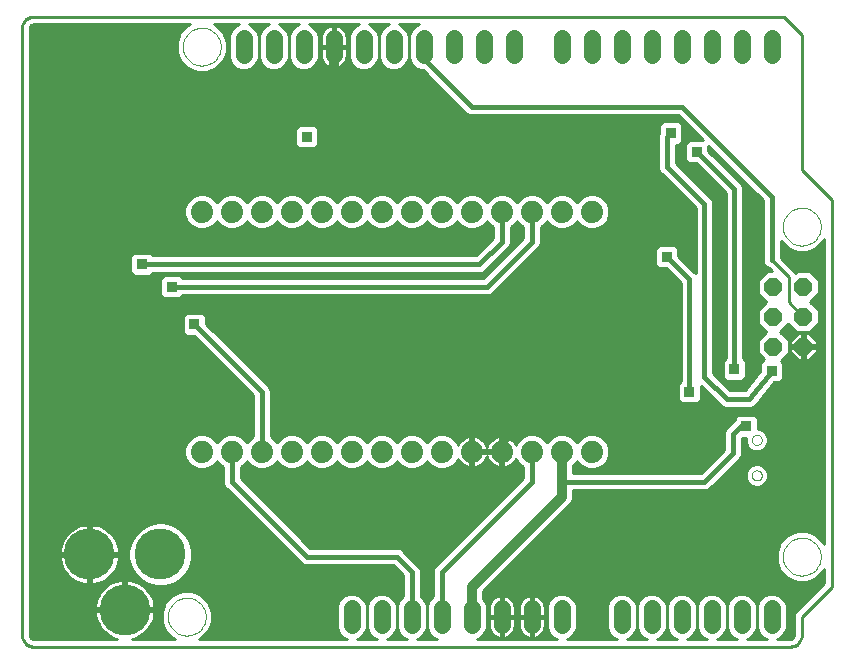
<source format=gbl>
G75*
%MOIN*%
%OFA0B0*%
%FSLAX24Y24*%
%IPPOS*%
%LPD*%
%AMOC8*
5,1,8,0,0,1.08239X$1,22.5*
%
%ADD10C,0.0100*%
%ADD11C,0.0000*%
%ADD12OC8,0.0610*%
%ADD13C,0.0560*%
%ADD14C,0.1700*%
%ADD15C,0.0740*%
%ADD16C,0.0320*%
%ADD17R,0.0356X0.0356*%
%ADD18C,0.0160*%
D10*
X001674Y001333D02*
X026886Y001333D01*
X026886Y001593D02*
X026450Y001593D01*
X026558Y001638D01*
X026695Y001776D01*
X026770Y001956D01*
X026770Y002711D01*
X026695Y002891D01*
X026558Y003029D01*
X026377Y003103D01*
X026183Y003103D01*
X026002Y003029D01*
X025865Y002891D01*
X025790Y002711D01*
X025790Y001956D01*
X025865Y001776D01*
X026002Y001638D01*
X026110Y001593D01*
X025450Y001593D01*
X025558Y001638D01*
X025695Y001776D01*
X025770Y001956D01*
X025770Y002711D01*
X025695Y002891D01*
X025558Y003029D01*
X025377Y003103D01*
X025183Y003103D01*
X025002Y003029D01*
X024865Y002891D01*
X024790Y002711D01*
X024790Y001956D01*
X024865Y001776D01*
X025002Y001638D01*
X025110Y001593D01*
X024450Y001593D01*
X024558Y001638D01*
X024695Y001776D01*
X024770Y001956D01*
X024770Y002711D01*
X024695Y002891D01*
X024558Y003029D01*
X024377Y003103D01*
X024183Y003103D01*
X024002Y003029D01*
X023865Y002891D01*
X023790Y002711D01*
X023790Y001956D01*
X023865Y001776D01*
X024002Y001638D01*
X024110Y001593D01*
X023450Y001593D01*
X023558Y001638D01*
X023695Y001776D01*
X023770Y001956D01*
X023770Y002711D01*
X023695Y002891D01*
X023558Y003029D01*
X023377Y003103D01*
X023183Y003103D01*
X023002Y003029D01*
X022865Y002891D01*
X022790Y002711D01*
X022790Y001956D01*
X022865Y001776D01*
X023002Y001638D01*
X023110Y001593D01*
X022450Y001593D01*
X022558Y001638D01*
X022695Y001776D01*
X022770Y001956D01*
X022770Y002711D01*
X022695Y002891D01*
X022558Y003029D01*
X022377Y003103D01*
X022183Y003103D01*
X022002Y003029D01*
X021865Y002891D01*
X021790Y002711D01*
X021790Y001956D01*
X021865Y001776D01*
X022002Y001638D01*
X022110Y001593D01*
X021450Y001593D01*
X021558Y001638D01*
X021695Y001776D01*
X021770Y001956D01*
X021770Y002711D01*
X021695Y002891D01*
X021558Y003029D01*
X021377Y003103D01*
X021183Y003103D01*
X021002Y003029D01*
X020865Y002891D01*
X020790Y002711D01*
X020790Y001956D01*
X020865Y001776D01*
X021002Y001638D01*
X021110Y001593D01*
X019450Y001593D01*
X019558Y001638D01*
X019695Y001776D01*
X019770Y001956D01*
X019770Y002711D01*
X019695Y002891D01*
X019558Y003029D01*
X019377Y003103D01*
X019183Y003103D01*
X019002Y003029D01*
X018865Y002891D01*
X018790Y002711D01*
X018790Y001956D01*
X018865Y001776D01*
X019002Y001638D01*
X019110Y001593D01*
X016450Y001593D01*
X016558Y001638D01*
X016695Y001776D01*
X016770Y001956D01*
X016770Y002711D01*
X016695Y002891D01*
X016650Y002936D01*
X016650Y003180D01*
X019594Y006124D01*
X019650Y006260D01*
X019650Y006543D01*
X024088Y006543D01*
X024194Y006587D01*
X025144Y007537D01*
X025144Y007537D01*
X025226Y007619D01*
X025270Y007726D01*
X025270Y008305D01*
X025405Y008305D01*
X025403Y008299D01*
X025403Y008149D01*
X025460Y008010D01*
X025566Y007904D01*
X025705Y007847D01*
X025855Y007847D01*
X025994Y007904D01*
X026100Y008010D01*
X026157Y008149D01*
X026157Y008299D01*
X026100Y008438D01*
X025994Y008544D01*
X025855Y008601D01*
X025818Y008601D01*
X025818Y008958D01*
X025695Y009081D01*
X025165Y009081D01*
X025042Y008958D01*
X025042Y008905D01*
X024994Y008858D01*
X024734Y008598D01*
X024690Y008491D01*
X024690Y007903D01*
X023910Y007123D01*
X019650Y007123D01*
X019650Y007383D01*
X019772Y007505D01*
X019780Y007525D01*
X019788Y007505D01*
X019951Y007342D01*
X019650Y007342D01*
X019650Y007243D02*
X024030Y007243D01*
X023931Y007145D02*
X019650Y007145D01*
X019707Y007440D02*
X019853Y007440D01*
X019951Y007342D02*
X020165Y007253D01*
X020395Y007253D01*
X020609Y007342D01*
X024128Y007342D01*
X024227Y007440D02*
X020707Y007440D01*
X020772Y007505D02*
X020860Y007718D01*
X020860Y007949D01*
X020772Y008162D01*
X020609Y008325D01*
X020395Y008413D01*
X020165Y008413D01*
X019951Y008325D01*
X019788Y008162D01*
X019780Y008142D01*
X019772Y008162D01*
X019609Y008325D01*
X019395Y008413D01*
X019165Y008413D01*
X018951Y008325D01*
X018788Y008162D01*
X018780Y008142D01*
X018772Y008162D01*
X018609Y008325D01*
X018395Y008413D01*
X018165Y008413D01*
X017951Y008325D01*
X017788Y008162D01*
X017747Y008062D01*
X017725Y008106D01*
X017677Y008172D01*
X017619Y008230D01*
X017553Y008278D01*
X017480Y008315D01*
X017402Y008341D01*
X017330Y008352D01*
X017330Y007883D01*
X017230Y007883D01*
X017230Y007783D01*
X017330Y007783D01*
X017330Y007315D01*
X017402Y007326D01*
X017480Y007351D01*
X017553Y007389D01*
X017619Y007437D01*
X017677Y007495D01*
X017725Y007561D01*
X017747Y007604D01*
X017788Y007505D01*
X017951Y007342D01*
X017450Y007342D01*
X017330Y007342D02*
X017230Y007342D01*
X017230Y007315D02*
X017230Y007783D01*
X016761Y007783D01*
X016330Y007783D01*
X016330Y007315D01*
X016402Y007326D01*
X016480Y007351D01*
X016553Y007389D01*
X016619Y007437D01*
X016677Y007495D01*
X016725Y007561D01*
X016762Y007634D01*
X016780Y007689D01*
X016798Y007634D01*
X016835Y007561D01*
X016883Y007495D01*
X016941Y007437D01*
X017007Y007389D01*
X017080Y007351D01*
X017158Y007326D01*
X017230Y007315D01*
X017110Y007342D02*
X016450Y007342D01*
X016330Y007342D02*
X016230Y007342D01*
X016230Y007315D02*
X016230Y007783D01*
X016330Y007783D01*
X016330Y007883D01*
X017230Y007883D01*
X017230Y008352D01*
X017158Y008341D01*
X017080Y008315D01*
X017007Y008278D01*
X016941Y008230D01*
X016883Y008172D01*
X016835Y008106D01*
X016798Y008033D01*
X016780Y007977D01*
X016762Y008033D01*
X016725Y008106D01*
X016677Y008172D01*
X016619Y008230D01*
X016553Y008278D01*
X016480Y008315D01*
X016402Y008341D01*
X016330Y008352D01*
X016330Y007883D01*
X016230Y007883D01*
X016230Y008352D01*
X016158Y008341D01*
X016080Y008315D01*
X016007Y008278D01*
X015941Y008230D01*
X015883Y008172D01*
X015835Y008106D01*
X015813Y008062D01*
X015772Y008162D01*
X015609Y008325D01*
X015395Y008413D01*
X015165Y008413D01*
X014951Y008325D01*
X014788Y008162D01*
X014780Y008142D01*
X014772Y008162D01*
X014609Y008325D01*
X014395Y008413D01*
X014165Y008413D01*
X013951Y008325D01*
X013788Y008162D01*
X013780Y008142D01*
X013772Y008162D01*
X013609Y008325D01*
X013395Y008413D01*
X013165Y008413D01*
X012951Y008325D01*
X012788Y008162D01*
X012780Y008142D01*
X012772Y008162D01*
X012609Y008325D01*
X012395Y008413D01*
X012165Y008413D01*
X011951Y008325D01*
X011788Y008162D01*
X011780Y008142D01*
X011772Y008162D01*
X011609Y008325D01*
X011395Y008413D01*
X011165Y008413D01*
X010951Y008325D01*
X010788Y008162D01*
X010780Y008142D01*
X010772Y008162D01*
X010609Y008325D01*
X010395Y008413D01*
X010165Y008413D01*
X009951Y008325D01*
X009788Y008162D01*
X009780Y008142D01*
X009772Y008162D01*
X009609Y008325D01*
X009570Y008341D01*
X009570Y009891D01*
X009526Y009998D01*
X009444Y010079D01*
X007418Y012105D01*
X007418Y012348D01*
X007295Y012471D01*
X006765Y012471D01*
X006642Y012348D01*
X006642Y011818D01*
X006765Y011695D01*
X007008Y011695D01*
X008990Y009713D01*
X008990Y008341D01*
X008951Y008325D01*
X008788Y008162D01*
X008780Y008142D01*
X008772Y008162D01*
X008609Y008325D01*
X008395Y008413D01*
X008165Y008413D01*
X007951Y008325D01*
X007788Y008162D01*
X007780Y008142D01*
X007772Y008162D01*
X007609Y008325D01*
X007395Y008413D01*
X007165Y008413D01*
X006951Y008325D01*
X006788Y008162D01*
X006700Y007949D01*
X006700Y007718D01*
X006788Y007505D01*
X006951Y007342D01*
X001540Y007342D01*
X001540Y007440D02*
X006853Y007440D01*
X006774Y007539D02*
X001540Y007539D01*
X001540Y007637D02*
X006733Y007637D01*
X006700Y007736D02*
X001540Y007736D01*
X001540Y007834D02*
X006700Y007834D01*
X006700Y007933D02*
X001540Y007933D01*
X001540Y008031D02*
X006734Y008031D01*
X006775Y008130D02*
X001540Y008130D01*
X001540Y008228D02*
X006855Y008228D01*
X006956Y008327D02*
X001540Y008327D01*
X001540Y008425D02*
X008990Y008425D01*
X008990Y008524D02*
X001540Y008524D01*
X001540Y008622D02*
X008990Y008622D01*
X008990Y008721D02*
X001540Y008721D01*
X001540Y008819D02*
X008990Y008819D01*
X008990Y008918D02*
X001540Y008918D01*
X001540Y009016D02*
X008990Y009016D01*
X008990Y009115D02*
X001540Y009115D01*
X001540Y009213D02*
X008990Y009213D01*
X008990Y009312D02*
X001540Y009312D01*
X001540Y009410D02*
X008990Y009410D01*
X008990Y009509D02*
X001540Y009509D01*
X001540Y009607D02*
X008990Y009607D01*
X008990Y009706D02*
X001540Y009706D01*
X001540Y009804D02*
X008899Y009804D01*
X008800Y009903D02*
X001540Y009903D01*
X001540Y010001D02*
X008702Y010001D01*
X008603Y010100D02*
X001540Y010100D01*
X001540Y010198D02*
X008505Y010198D01*
X008406Y010297D02*
X001540Y010297D01*
X001540Y010395D02*
X008308Y010395D01*
X008209Y010494D02*
X001540Y010494D01*
X001540Y010592D02*
X008111Y010592D01*
X008012Y010691D02*
X001540Y010691D01*
X001540Y010789D02*
X007914Y010789D01*
X007815Y010888D02*
X001540Y010888D01*
X001540Y010986D02*
X007717Y010986D01*
X007618Y011085D02*
X001540Y011085D01*
X001540Y011183D02*
X007520Y011183D01*
X007421Y011282D02*
X001540Y011282D01*
X001540Y011380D02*
X007323Y011380D01*
X007224Y011479D02*
X001540Y011479D01*
X001540Y011577D02*
X007126Y011577D01*
X007027Y011676D02*
X001540Y011676D01*
X001540Y011774D02*
X006686Y011774D01*
X006642Y011873D02*
X001540Y011873D01*
X001540Y011971D02*
X006642Y011971D01*
X006642Y012070D02*
X001540Y012070D01*
X001540Y012168D02*
X006642Y012168D01*
X006642Y012267D02*
X001540Y012267D01*
X001540Y012365D02*
X006659Y012365D01*
X006757Y012464D02*
X001540Y012464D01*
X001540Y012562D02*
X023240Y012562D01*
X023240Y012464D02*
X007303Y012464D01*
X007401Y012365D02*
X023240Y012365D01*
X023240Y012267D02*
X007418Y012267D01*
X007418Y012168D02*
X023240Y012168D01*
X023240Y012070D02*
X007454Y012070D01*
X007552Y011971D02*
X023240Y011971D01*
X023240Y011873D02*
X007651Y011873D01*
X007749Y011774D02*
X023240Y011774D01*
X023240Y011676D02*
X007848Y011676D01*
X007946Y011577D02*
X023240Y011577D01*
X023240Y011479D02*
X008045Y011479D01*
X008143Y011380D02*
X023240Y011380D01*
X023240Y011282D02*
X008242Y011282D01*
X008340Y011183D02*
X023240Y011183D01*
X023240Y011085D02*
X008439Y011085D01*
X008537Y010986D02*
X023240Y010986D01*
X023240Y010888D02*
X008636Y010888D01*
X008734Y010789D02*
X023240Y010789D01*
X023240Y010691D02*
X008833Y010691D01*
X008931Y010592D02*
X023240Y010592D01*
X023240Y010494D02*
X009030Y010494D01*
X009128Y010395D02*
X023240Y010395D01*
X023240Y010297D02*
X009227Y010297D01*
X009325Y010198D02*
X023240Y010198D01*
X023240Y010197D02*
X023142Y010098D01*
X023142Y009568D01*
X023265Y009445D01*
X023795Y009445D01*
X023918Y009568D01*
X023918Y010035D01*
X024616Y009337D01*
X024722Y009293D01*
X025490Y009293D01*
X025507Y009289D01*
X025547Y009293D01*
X025588Y009293D01*
X025604Y009300D01*
X025621Y009302D01*
X025657Y009322D01*
X025694Y009337D01*
X025707Y009350D01*
X025722Y009358D01*
X025747Y009390D01*
X025776Y009419D01*
X025783Y009435D01*
X026343Y010145D01*
X026545Y010145D01*
X026668Y010268D01*
X026668Y010798D01*
X026596Y010871D01*
X026845Y011120D01*
X026845Y011547D01*
X026558Y011833D01*
X026830Y012105D01*
X027117Y011818D01*
X027543Y011818D01*
X027845Y012120D01*
X027845Y012547D01*
X027558Y012833D01*
X027845Y013120D01*
X027845Y013547D01*
X027543Y013848D01*
X027117Y013848D01*
X027070Y013801D01*
X026997Y013874D01*
X026570Y014301D01*
X026570Y014856D01*
X026804Y014621D01*
X027113Y014493D01*
X027447Y014493D01*
X027756Y014621D01*
X027992Y014858D01*
X028020Y014925D01*
X028020Y004742D01*
X027992Y004809D01*
X027756Y005045D01*
X027447Y005173D01*
X027113Y005173D01*
X026804Y005045D01*
X026568Y004809D01*
X026440Y004500D01*
X026440Y004166D01*
X026568Y003858D01*
X026804Y003621D01*
X027113Y003493D01*
X027447Y003493D01*
X027756Y003621D01*
X027992Y003858D01*
X028020Y003925D01*
X028020Y003441D01*
X027133Y002554D01*
X027133Y002554D01*
X027060Y002481D01*
X027020Y002385D01*
X027020Y001727D01*
X027017Y001701D01*
X026997Y001653D01*
X026961Y001616D01*
X026912Y001596D01*
X026886Y001593D01*
X026974Y001629D02*
X026536Y001629D01*
X026647Y001727D02*
X027020Y001727D01*
X027020Y001826D02*
X026716Y001826D01*
X026757Y001924D02*
X027020Y001924D01*
X027020Y002023D02*
X026770Y002023D01*
X026770Y002121D02*
X027020Y002121D01*
X027020Y002220D02*
X026770Y002220D01*
X026770Y002318D02*
X027020Y002318D01*
X027033Y002417D02*
X026770Y002417D01*
X026770Y002515D02*
X027094Y002515D01*
X027193Y002614D02*
X026770Y002614D01*
X026769Y002712D02*
X027291Y002712D01*
X027390Y002811D02*
X026729Y002811D01*
X026677Y002909D02*
X027488Y002909D01*
X027587Y003008D02*
X026578Y003008D01*
X025982Y003008D02*
X025578Y003008D01*
X025677Y002909D02*
X025883Y002909D01*
X025831Y002811D02*
X025729Y002811D01*
X025769Y002712D02*
X025791Y002712D01*
X025790Y002614D02*
X025770Y002614D01*
X025770Y002515D02*
X025790Y002515D01*
X025790Y002417D02*
X025770Y002417D01*
X025770Y002318D02*
X025790Y002318D01*
X025790Y002220D02*
X025770Y002220D01*
X025770Y002121D02*
X025790Y002121D01*
X025790Y002023D02*
X025770Y002023D01*
X025757Y001924D02*
X025803Y001924D01*
X025844Y001826D02*
X025716Y001826D01*
X025647Y001727D02*
X025913Y001727D01*
X026024Y001629D02*
X025536Y001629D01*
X025024Y001629D02*
X024536Y001629D01*
X024647Y001727D02*
X024913Y001727D01*
X024844Y001826D02*
X024716Y001826D01*
X024757Y001924D02*
X024803Y001924D01*
X024790Y002023D02*
X024770Y002023D01*
X024770Y002121D02*
X024790Y002121D01*
X024790Y002220D02*
X024770Y002220D01*
X024770Y002318D02*
X024790Y002318D01*
X024790Y002417D02*
X024770Y002417D01*
X024770Y002515D02*
X024790Y002515D01*
X024790Y002614D02*
X024770Y002614D01*
X024769Y002712D02*
X024791Y002712D01*
X024831Y002811D02*
X024729Y002811D01*
X024677Y002909D02*
X024883Y002909D01*
X024982Y003008D02*
X024578Y003008D01*
X023982Y003008D02*
X023578Y003008D01*
X023677Y002909D02*
X023883Y002909D01*
X023831Y002811D02*
X023729Y002811D01*
X023769Y002712D02*
X023791Y002712D01*
X023790Y002614D02*
X023770Y002614D01*
X023770Y002515D02*
X023790Y002515D01*
X023790Y002417D02*
X023770Y002417D01*
X023770Y002318D02*
X023790Y002318D01*
X023790Y002220D02*
X023770Y002220D01*
X023770Y002121D02*
X023790Y002121D01*
X023790Y002023D02*
X023770Y002023D01*
X023757Y001924D02*
X023803Y001924D01*
X023844Y001826D02*
X023716Y001826D01*
X023647Y001727D02*
X023913Y001727D01*
X024024Y001629D02*
X023536Y001629D01*
X023024Y001629D02*
X022536Y001629D01*
X022647Y001727D02*
X022913Y001727D01*
X022844Y001826D02*
X022716Y001826D01*
X022757Y001924D02*
X022803Y001924D01*
X022790Y002023D02*
X022770Y002023D01*
X022770Y002121D02*
X022790Y002121D01*
X022790Y002220D02*
X022770Y002220D01*
X022770Y002318D02*
X022790Y002318D01*
X022790Y002417D02*
X022770Y002417D01*
X022770Y002515D02*
X022790Y002515D01*
X022790Y002614D02*
X022770Y002614D01*
X022769Y002712D02*
X022791Y002712D01*
X022831Y002811D02*
X022729Y002811D01*
X022677Y002909D02*
X022883Y002909D01*
X022982Y003008D02*
X022578Y003008D01*
X021982Y003008D02*
X021578Y003008D01*
X021677Y002909D02*
X021883Y002909D01*
X021831Y002811D02*
X021729Y002811D01*
X021769Y002712D02*
X021791Y002712D01*
X021790Y002614D02*
X021770Y002614D01*
X021770Y002515D02*
X021790Y002515D01*
X021790Y002417D02*
X021770Y002417D01*
X021770Y002318D02*
X021790Y002318D01*
X021790Y002220D02*
X021770Y002220D01*
X021770Y002121D02*
X021790Y002121D01*
X021790Y002023D02*
X021770Y002023D01*
X021757Y001924D02*
X021803Y001924D01*
X021844Y001826D02*
X021716Y001826D01*
X021647Y001727D02*
X021913Y001727D01*
X022024Y001629D02*
X021536Y001629D01*
X021024Y001629D02*
X019536Y001629D01*
X019647Y001727D02*
X020913Y001727D01*
X020844Y001826D02*
X019716Y001826D01*
X019757Y001924D02*
X020803Y001924D01*
X020790Y002023D02*
X019770Y002023D01*
X019770Y002121D02*
X020790Y002121D01*
X020790Y002220D02*
X019770Y002220D01*
X019770Y002318D02*
X020790Y002318D01*
X020790Y002417D02*
X019770Y002417D01*
X019770Y002515D02*
X020790Y002515D01*
X020790Y002614D02*
X019770Y002614D01*
X019769Y002712D02*
X020791Y002712D01*
X020831Y002811D02*
X019729Y002811D01*
X019677Y002909D02*
X020883Y002909D01*
X020982Y003008D02*
X019578Y003008D01*
X018982Y003008D02*
X018453Y003008D01*
X018445Y003012D02*
X018381Y003033D01*
X018314Y003043D01*
X018314Y003043D01*
X018314Y002367D01*
X018710Y002367D01*
X018710Y002647D01*
X018699Y002714D01*
X018678Y002778D01*
X018648Y002839D01*
X018608Y002893D01*
X018560Y002941D01*
X018505Y002981D01*
X018445Y003012D01*
X018314Y003008D02*
X018246Y003008D01*
X018246Y003043D02*
X018179Y003033D01*
X018115Y003012D01*
X018055Y002981D01*
X018000Y002941D01*
X017952Y002893D01*
X017912Y002839D01*
X017882Y002778D01*
X017861Y002714D01*
X017850Y002647D01*
X017850Y002367D01*
X018246Y002367D01*
X018246Y002300D01*
X017850Y002300D01*
X017850Y002019D01*
X017861Y001953D01*
X017882Y001888D01*
X017912Y001828D01*
X017952Y001773D01*
X018000Y001725D01*
X018055Y001686D01*
X018115Y001655D01*
X018179Y001634D01*
X018246Y001623D01*
X018246Y001623D01*
X018246Y002300D01*
X018314Y002300D01*
X018314Y002367D01*
X018246Y002367D01*
X018246Y003043D01*
X018246Y003043D01*
X018246Y002909D02*
X018314Y002909D01*
X018314Y002811D02*
X018246Y002811D01*
X018246Y002712D02*
X018314Y002712D01*
X018314Y002614D02*
X018246Y002614D01*
X018246Y002515D02*
X018314Y002515D01*
X018314Y002417D02*
X018246Y002417D01*
X018246Y002318D02*
X017314Y002318D01*
X017314Y002300D02*
X017314Y002367D01*
X017710Y002367D01*
X017710Y002647D01*
X017699Y002714D01*
X017678Y002778D01*
X017648Y002839D01*
X017608Y002893D01*
X017560Y002941D01*
X017505Y002981D01*
X017445Y003012D01*
X017381Y003033D01*
X017314Y003043D01*
X017314Y003043D01*
X017314Y002367D01*
X017246Y002367D01*
X017246Y002300D01*
X016850Y002300D01*
X016850Y002019D01*
X016861Y001953D01*
X016882Y001888D01*
X016912Y001828D01*
X016952Y001773D01*
X017000Y001725D01*
X017055Y001686D01*
X017115Y001655D01*
X017179Y001634D01*
X017246Y001623D01*
X017246Y001623D01*
X017246Y002300D01*
X017314Y002300D01*
X017710Y002300D01*
X017710Y002019D01*
X017699Y001953D01*
X017678Y001888D01*
X017648Y001828D01*
X017608Y001773D01*
X017560Y001725D01*
X017505Y001686D01*
X017445Y001655D01*
X017381Y001634D01*
X017314Y001623D01*
X017314Y001623D01*
X017314Y002300D01*
X017246Y002318D02*
X016770Y002318D01*
X016850Y002367D02*
X017246Y002367D01*
X017246Y003043D01*
X017179Y003033D01*
X017115Y003012D01*
X017055Y002981D01*
X017000Y002941D01*
X016952Y002893D01*
X016912Y002839D01*
X016882Y002778D01*
X016861Y002714D01*
X016850Y002647D01*
X016850Y002367D01*
X016850Y002417D02*
X016770Y002417D01*
X016770Y002515D02*
X016850Y002515D01*
X016850Y002614D02*
X016770Y002614D01*
X016769Y002712D02*
X016860Y002712D01*
X016898Y002811D02*
X016729Y002811D01*
X016677Y002909D02*
X016968Y002909D01*
X017107Y003008D02*
X016650Y003008D01*
X016650Y003106D02*
X027685Y003106D01*
X027784Y003205D02*
X016675Y003205D01*
X016773Y003303D02*
X027882Y003303D01*
X027981Y003402D02*
X016872Y003402D01*
X016970Y003500D02*
X027096Y003500D01*
X026858Y003599D02*
X017069Y003599D01*
X017167Y003697D02*
X026728Y003697D01*
X026630Y003796D02*
X017266Y003796D01*
X017364Y003894D02*
X026553Y003894D01*
X026512Y003993D02*
X017463Y003993D01*
X017561Y004091D02*
X026471Y004091D01*
X026440Y004190D02*
X017660Y004190D01*
X017758Y004288D02*
X026440Y004288D01*
X026440Y004387D02*
X017857Y004387D01*
X017955Y004485D02*
X026440Y004485D01*
X026475Y004584D02*
X018054Y004584D01*
X018152Y004682D02*
X026515Y004682D01*
X026556Y004781D02*
X018251Y004781D01*
X018349Y004879D02*
X026638Y004879D01*
X026737Y004978D02*
X018448Y004978D01*
X018546Y005076D02*
X026879Y005076D01*
X027681Y005076D02*
X028020Y005076D01*
X028020Y004978D02*
X027823Y004978D01*
X027922Y004879D02*
X028020Y004879D01*
X028020Y004781D02*
X028004Y004781D01*
X028020Y005175D02*
X018645Y005175D01*
X018743Y005273D02*
X028020Y005273D01*
X028020Y005372D02*
X018842Y005372D01*
X018940Y005470D02*
X028020Y005470D01*
X028020Y005569D02*
X019039Y005569D01*
X019137Y005667D02*
X028020Y005667D01*
X028020Y005766D02*
X019236Y005766D01*
X019334Y005864D02*
X028020Y005864D01*
X028020Y005963D02*
X019433Y005963D01*
X019531Y006061D02*
X028020Y006061D01*
X028020Y006160D02*
X019609Y006160D01*
X019649Y006258D02*
X028020Y006258D01*
X028020Y006357D02*
X019650Y006357D01*
X019650Y006455D02*
X028020Y006455D01*
X028020Y006554D02*
X024113Y006554D01*
X024259Y006652D02*
X028020Y006652D01*
X028020Y006751D02*
X026022Y006751D01*
X025994Y006723D02*
X026100Y006829D01*
X026157Y006968D01*
X026157Y007118D01*
X026100Y007257D01*
X025994Y007363D01*
X025855Y007420D01*
X025705Y007420D01*
X025566Y007363D01*
X025460Y007257D01*
X025403Y007118D01*
X025403Y006968D01*
X025460Y006829D01*
X025566Y006723D01*
X025705Y006665D01*
X025855Y006665D01*
X025994Y006723D01*
X026108Y006849D02*
X028020Y006849D01*
X028020Y006948D02*
X026149Y006948D01*
X026157Y007046D02*
X028020Y007046D01*
X028020Y007145D02*
X026146Y007145D01*
X026105Y007243D02*
X028020Y007243D01*
X028020Y007342D02*
X026015Y007342D01*
X025545Y007342D02*
X024949Y007342D01*
X025047Y007440D02*
X028020Y007440D01*
X028020Y007539D02*
X025146Y007539D01*
X025233Y007637D02*
X028020Y007637D01*
X028020Y007736D02*
X025270Y007736D01*
X025270Y007834D02*
X028020Y007834D01*
X028020Y007933D02*
X026023Y007933D01*
X026109Y008031D02*
X028020Y008031D01*
X028020Y008130D02*
X026149Y008130D01*
X026157Y008228D02*
X028020Y008228D01*
X028020Y008327D02*
X026146Y008327D01*
X026105Y008425D02*
X028020Y008425D01*
X028020Y008524D02*
X026014Y008524D01*
X025818Y008622D02*
X028020Y008622D01*
X028020Y008721D02*
X025818Y008721D01*
X025818Y008819D02*
X028020Y008819D01*
X028020Y008918D02*
X025818Y008918D01*
X025760Y009016D02*
X028020Y009016D01*
X028020Y009115D02*
X009570Y009115D01*
X009570Y009213D02*
X028020Y009213D01*
X028020Y009312D02*
X025639Y009312D01*
X025767Y009410D02*
X028020Y009410D01*
X028020Y009509D02*
X025841Y009509D01*
X025918Y009607D02*
X028020Y009607D01*
X028020Y009706D02*
X025996Y009706D01*
X026074Y009804D02*
X028020Y009804D01*
X028020Y009903D02*
X026152Y009903D01*
X026229Y010001D02*
X028020Y010001D01*
X028020Y010100D02*
X026307Y010100D01*
X026598Y010198D02*
X028020Y010198D01*
X028020Y010297D02*
X026668Y010297D01*
X026668Y010395D02*
X028020Y010395D01*
X028020Y010494D02*
X026668Y010494D01*
X026668Y010592D02*
X028020Y010592D01*
X028020Y010691D02*
X026668Y010691D01*
X026668Y010789D02*
X028020Y010789D01*
X028020Y010888D02*
X027528Y010888D01*
X027519Y010878D02*
X027785Y011145D01*
X027785Y011290D01*
X027374Y011290D01*
X027374Y011377D01*
X027785Y011377D01*
X027785Y011522D01*
X027519Y011788D01*
X027374Y011788D01*
X027374Y011377D01*
X027286Y011377D01*
X027286Y011290D01*
X026875Y011290D01*
X026875Y011145D01*
X027141Y010878D01*
X027286Y010878D01*
X027286Y011290D01*
X027374Y011290D01*
X027374Y010878D01*
X027519Y010878D01*
X027374Y010888D02*
X027286Y010888D01*
X027286Y010986D02*
X027374Y010986D01*
X027374Y011085D02*
X027286Y011085D01*
X027286Y011183D02*
X027374Y011183D01*
X027374Y011282D02*
X027286Y011282D01*
X027286Y011377D02*
X026875Y011377D01*
X026875Y011522D01*
X027141Y011788D01*
X027286Y011788D01*
X027286Y011377D01*
X027286Y011380D02*
X027374Y011380D01*
X027374Y011479D02*
X027286Y011479D01*
X027286Y011577D02*
X027374Y011577D01*
X027374Y011676D02*
X027286Y011676D01*
X027286Y011774D02*
X027374Y011774D01*
X027533Y011774D02*
X028020Y011774D01*
X028020Y011676D02*
X027631Y011676D01*
X027730Y011577D02*
X028020Y011577D01*
X028020Y011479D02*
X027785Y011479D01*
X027785Y011380D02*
X028020Y011380D01*
X028020Y011282D02*
X027785Y011282D01*
X027785Y011183D02*
X028020Y011183D01*
X028020Y011085D02*
X027725Y011085D01*
X027627Y010986D02*
X028020Y010986D01*
X027132Y010888D02*
X026613Y010888D01*
X026712Y010986D02*
X027033Y010986D01*
X026935Y011085D02*
X026810Y011085D01*
X026845Y011183D02*
X026875Y011183D01*
X026875Y011282D02*
X026845Y011282D01*
X026845Y011380D02*
X026875Y011380D01*
X026875Y011479D02*
X026845Y011479D01*
X026814Y011577D02*
X026930Y011577D01*
X027029Y011676D02*
X026716Y011676D01*
X026617Y011774D02*
X027127Y011774D01*
X027062Y011873D02*
X026598Y011873D01*
X026697Y011971D02*
X026963Y011971D01*
X026865Y012070D02*
X026795Y012070D01*
X027330Y012333D02*
X026850Y012813D01*
X026850Y013653D01*
X026280Y014223D01*
X025990Y014237D02*
X025320Y014237D01*
X025320Y014335D02*
X025990Y014335D01*
X025990Y014434D02*
X025320Y014434D01*
X025320Y014532D02*
X025990Y014532D01*
X025990Y014631D02*
X025320Y014631D01*
X025320Y014729D02*
X025990Y014729D01*
X025990Y014828D02*
X025320Y014828D01*
X025320Y014926D02*
X025990Y014926D01*
X025990Y015025D02*
X025320Y015025D01*
X025320Y015123D02*
X025990Y015123D01*
X025990Y015222D02*
X025320Y015222D01*
X025320Y015320D02*
X025990Y015320D01*
X025990Y015419D02*
X025320Y015419D01*
X025320Y015517D02*
X025990Y015517D01*
X025990Y015616D02*
X025320Y015616D01*
X025320Y015714D02*
X025990Y015714D01*
X025990Y015813D02*
X025320Y015813D01*
X025320Y015911D02*
X025990Y015911D01*
X025990Y016010D02*
X025320Y016010D01*
X025320Y016108D02*
X025990Y016108D01*
X025990Y016207D02*
X025320Y016207D01*
X025320Y016305D02*
X025898Y016305D01*
X025990Y016213D02*
X025990Y014166D01*
X026034Y014059D01*
X026116Y013977D01*
X026188Y013947D01*
X026287Y013848D01*
X026117Y013848D01*
X025815Y013547D01*
X025815Y013120D01*
X026102Y012833D01*
X025815Y012547D01*
X025815Y012120D01*
X026102Y011833D01*
X025815Y011547D01*
X025815Y011120D01*
X026014Y010921D01*
X025892Y010798D01*
X025892Y010510D01*
X025389Y009873D01*
X024900Y009873D01*
X024320Y010453D01*
X024320Y016141D01*
X024276Y016248D01*
X023070Y017453D01*
X023070Y018070D01*
X023170Y018070D01*
X023293Y018193D01*
X023293Y018723D01*
X023170Y018846D01*
X022640Y018846D01*
X022517Y018723D01*
X022517Y018456D01*
X022490Y018391D01*
X022490Y017276D01*
X022534Y017169D01*
X022616Y017087D01*
X023740Y015963D01*
X023740Y013783D01*
X023694Y013829D01*
X023168Y014355D01*
X023168Y014598D01*
X023045Y014721D01*
X022515Y014721D01*
X022392Y014598D01*
X022392Y014068D01*
X022515Y013945D01*
X022758Y013945D01*
X023240Y013463D01*
X023240Y010197D01*
X023143Y010100D02*
X009424Y010100D01*
X009522Y010001D02*
X023142Y010001D01*
X023142Y009903D02*
X009565Y009903D01*
X009570Y009804D02*
X023142Y009804D01*
X023142Y009706D02*
X009570Y009706D01*
X009570Y009607D02*
X023142Y009607D01*
X023201Y009509D02*
X009570Y009509D01*
X009570Y009410D02*
X024543Y009410D01*
X024444Y009509D02*
X023859Y009509D01*
X023918Y009607D02*
X024346Y009607D01*
X024247Y009706D02*
X023918Y009706D01*
X023918Y009804D02*
X024149Y009804D01*
X024050Y009903D02*
X023918Y009903D01*
X023918Y010001D02*
X023952Y010001D01*
X024378Y010395D02*
X024642Y010395D01*
X024642Y010318D02*
X024765Y010195D01*
X025295Y010195D01*
X025418Y010318D01*
X025418Y010848D01*
X025320Y010947D01*
X025320Y016641D01*
X025276Y016748D01*
X024168Y017855D01*
X024168Y018035D01*
X025990Y016213D01*
X025799Y016404D02*
X025320Y016404D01*
X025320Y016502D02*
X025701Y016502D01*
X025602Y016601D02*
X025320Y016601D01*
X025296Y016699D02*
X025504Y016699D01*
X025405Y016798D02*
X025226Y016798D01*
X025307Y016896D02*
X025127Y016896D01*
X025208Y016995D02*
X025029Y016995D01*
X025110Y017093D02*
X024930Y017093D01*
X025011Y017192D02*
X024832Y017192D01*
X024913Y017290D02*
X024733Y017290D01*
X024814Y017389D02*
X024635Y017389D01*
X024716Y017487D02*
X024536Y017487D01*
X024617Y017586D02*
X024438Y017586D01*
X024519Y017684D02*
X024339Y017684D01*
X024420Y017783D02*
X024241Y017783D01*
X024168Y017881D02*
X024322Y017881D01*
X024223Y017980D02*
X024168Y017980D01*
X023982Y018221D02*
X023515Y018221D01*
X023392Y018098D01*
X023392Y017568D01*
X023515Y017445D01*
X023758Y017445D01*
X024740Y016463D01*
X024740Y010947D01*
X024642Y010848D01*
X024642Y010318D01*
X024663Y010297D02*
X024477Y010297D01*
X024575Y010198D02*
X024762Y010198D01*
X024674Y010100D02*
X025568Y010100D01*
X025491Y010001D02*
X024772Y010001D01*
X024871Y009903D02*
X025413Y009903D01*
X025298Y010198D02*
X025646Y010198D01*
X025724Y010297D02*
X025397Y010297D01*
X025418Y010395D02*
X025802Y010395D01*
X025879Y010494D02*
X025418Y010494D01*
X025418Y010592D02*
X025892Y010592D01*
X025892Y010691D02*
X025418Y010691D01*
X025418Y010789D02*
X025892Y010789D01*
X025981Y010888D02*
X025379Y010888D01*
X025320Y010986D02*
X025948Y010986D01*
X025850Y011085D02*
X025320Y011085D01*
X025320Y011183D02*
X025815Y011183D01*
X025815Y011282D02*
X025320Y011282D01*
X025320Y011380D02*
X025815Y011380D01*
X025815Y011479D02*
X025320Y011479D01*
X025320Y011577D02*
X025846Y011577D01*
X025944Y011676D02*
X025320Y011676D01*
X025320Y011774D02*
X026043Y011774D01*
X026062Y011873D02*
X025320Y011873D01*
X025320Y011971D02*
X025963Y011971D01*
X025865Y012070D02*
X025320Y012070D01*
X025320Y012168D02*
X025815Y012168D01*
X025815Y012267D02*
X025320Y012267D01*
X025320Y012365D02*
X025815Y012365D01*
X025815Y012464D02*
X025320Y012464D01*
X025320Y012562D02*
X025831Y012562D01*
X025929Y012661D02*
X025320Y012661D01*
X025320Y012759D02*
X026028Y012759D01*
X026077Y012858D02*
X025320Y012858D01*
X025320Y012956D02*
X025978Y012956D01*
X025880Y013055D02*
X025320Y013055D01*
X025320Y013153D02*
X025815Y013153D01*
X025815Y013252D02*
X025320Y013252D01*
X025320Y013350D02*
X025815Y013350D01*
X025815Y013449D02*
X025320Y013449D01*
X025320Y013547D02*
X025816Y013547D01*
X025914Y013646D02*
X025320Y013646D01*
X025320Y013744D02*
X026013Y013744D01*
X026111Y013843D02*
X025320Y013843D01*
X025320Y013941D02*
X026194Y013941D01*
X026053Y014040D02*
X025320Y014040D01*
X025320Y014138D02*
X026001Y014138D01*
X026570Y014335D02*
X028020Y014335D01*
X028020Y014237D02*
X026634Y014237D01*
X026733Y014138D02*
X028020Y014138D01*
X028020Y014040D02*
X026831Y014040D01*
X026930Y013941D02*
X028020Y013941D01*
X028020Y013843D02*
X027549Y013843D01*
X027647Y013744D02*
X028020Y013744D01*
X028020Y013646D02*
X027746Y013646D01*
X027844Y013547D02*
X028020Y013547D01*
X028020Y013449D02*
X027845Y013449D01*
X027845Y013350D02*
X028020Y013350D01*
X028020Y013252D02*
X027845Y013252D01*
X027845Y013153D02*
X028020Y013153D01*
X028020Y013055D02*
X027780Y013055D01*
X027682Y012956D02*
X028020Y012956D01*
X028020Y012858D02*
X027583Y012858D01*
X027632Y012759D02*
X028020Y012759D01*
X028020Y012661D02*
X027731Y012661D01*
X027829Y012562D02*
X028020Y012562D01*
X028020Y012464D02*
X027845Y012464D01*
X027845Y012365D02*
X028020Y012365D01*
X028020Y012267D02*
X027845Y012267D01*
X027845Y012168D02*
X028020Y012168D01*
X028020Y012070D02*
X027795Y012070D01*
X027697Y011971D02*
X028020Y011971D01*
X028020Y011873D02*
X027598Y011873D01*
X027111Y013843D02*
X027028Y013843D01*
X026570Y014434D02*
X028020Y014434D01*
X028020Y014532D02*
X027541Y014532D01*
X027765Y014631D02*
X028020Y014631D01*
X028020Y014729D02*
X027864Y014729D01*
X027962Y014828D02*
X028020Y014828D01*
X027019Y014532D02*
X026570Y014532D01*
X026570Y014631D02*
X026795Y014631D01*
X026696Y014729D02*
X026570Y014729D01*
X026570Y014828D02*
X026598Y014828D01*
X028280Y016233D02*
X028280Y003333D01*
X027280Y002333D01*
X027280Y001727D01*
X027278Y001688D01*
X027272Y001650D01*
X027263Y001613D01*
X027250Y001576D01*
X027233Y001541D01*
X027214Y001508D01*
X027191Y001477D01*
X027165Y001448D01*
X027136Y001422D01*
X027105Y001399D01*
X027072Y001380D01*
X027037Y001363D01*
X027000Y001350D01*
X026963Y001341D01*
X026925Y001335D01*
X026886Y001333D01*
X027464Y003500D02*
X028020Y003500D01*
X028020Y003599D02*
X027702Y003599D01*
X027832Y003697D02*
X028020Y003697D01*
X028020Y003796D02*
X027930Y003796D01*
X028007Y003894D02*
X028020Y003894D01*
X025538Y006751D02*
X024358Y006751D01*
X024456Y006849D02*
X025452Y006849D01*
X025411Y006948D02*
X024555Y006948D01*
X024653Y007046D02*
X025403Y007046D01*
X025414Y007145D02*
X024752Y007145D01*
X024850Y007243D02*
X025455Y007243D01*
X025537Y007933D02*
X025270Y007933D01*
X025270Y008031D02*
X025451Y008031D01*
X025411Y008130D02*
X025270Y008130D01*
X025270Y008228D02*
X025403Y008228D01*
X024857Y008721D02*
X009570Y008721D01*
X009570Y008819D02*
X024956Y008819D01*
X025042Y008918D02*
X009570Y008918D01*
X009570Y009016D02*
X025100Y009016D01*
X024678Y009312D02*
X009570Y009312D01*
X009570Y008622D02*
X024759Y008622D01*
X024704Y008524D02*
X009570Y008524D01*
X009570Y008425D02*
X024690Y008425D01*
X024690Y008327D02*
X020604Y008327D01*
X020705Y008228D02*
X024690Y008228D01*
X024690Y008130D02*
X020785Y008130D01*
X020826Y008031D02*
X024690Y008031D01*
X024690Y007933D02*
X020860Y007933D01*
X020860Y007834D02*
X024621Y007834D01*
X024522Y007736D02*
X020860Y007736D01*
X020827Y007637D02*
X024424Y007637D01*
X024325Y007539D02*
X020786Y007539D01*
X020772Y007505D02*
X020609Y007342D01*
X019855Y008228D02*
X019705Y008228D01*
X019604Y008327D02*
X019956Y008327D01*
X018956Y008327D02*
X018604Y008327D01*
X018705Y008228D02*
X018855Y008228D01*
X017956Y008327D02*
X017444Y008327D01*
X017330Y008327D02*
X017230Y008327D01*
X017230Y008228D02*
X017330Y008228D01*
X017330Y008130D02*
X017230Y008130D01*
X017230Y008031D02*
X017330Y008031D01*
X017330Y007933D02*
X017230Y007933D01*
X017230Y007834D02*
X016330Y007834D01*
X016330Y007736D02*
X016230Y007736D01*
X016230Y007637D02*
X016330Y007637D01*
X016330Y007539D02*
X016230Y007539D01*
X016230Y007440D02*
X016330Y007440D01*
X016230Y007315D02*
X016158Y007326D01*
X016080Y007351D01*
X016007Y007389D01*
X015941Y007437D01*
X015883Y007495D01*
X015835Y007561D01*
X015813Y007604D01*
X015772Y007505D01*
X015609Y007342D01*
X016110Y007342D01*
X015938Y007440D02*
X015707Y007440D01*
X015786Y007539D02*
X015851Y007539D01*
X015609Y007342D02*
X015395Y007253D01*
X015165Y007253D01*
X014951Y007342D01*
X014609Y007342D01*
X014772Y007505D01*
X014780Y007525D01*
X014788Y007505D01*
X014951Y007342D01*
X014853Y007440D02*
X014707Y007440D01*
X014609Y007342D02*
X014395Y007253D01*
X014165Y007253D01*
X013951Y007342D01*
X013609Y007342D01*
X013772Y007505D01*
X013780Y007525D01*
X013788Y007505D01*
X013951Y007342D01*
X013853Y007440D02*
X013707Y007440D01*
X013609Y007342D02*
X013395Y007253D01*
X013165Y007253D01*
X012951Y007342D01*
X012609Y007342D01*
X012772Y007505D01*
X012780Y007525D01*
X012788Y007505D01*
X012951Y007342D01*
X012853Y007440D02*
X012707Y007440D01*
X012609Y007342D02*
X012395Y007253D01*
X012165Y007253D01*
X011951Y007342D01*
X011609Y007342D01*
X011772Y007505D01*
X011780Y007525D01*
X011788Y007505D01*
X011951Y007342D01*
X011853Y007440D02*
X011707Y007440D01*
X011609Y007342D02*
X011395Y007253D01*
X011165Y007253D01*
X010951Y007342D01*
X010609Y007342D01*
X010772Y007505D01*
X010780Y007525D01*
X010788Y007505D01*
X010951Y007342D01*
X010853Y007440D02*
X010707Y007440D01*
X010609Y007342D02*
X010395Y007253D01*
X010165Y007253D01*
X009951Y007342D01*
X009609Y007342D01*
X009772Y007505D01*
X009780Y007525D01*
X009788Y007505D01*
X009951Y007342D01*
X009853Y007440D02*
X009707Y007440D01*
X009609Y007342D02*
X009395Y007253D01*
X009165Y007253D01*
X008951Y007342D01*
X008609Y007342D01*
X008570Y007326D01*
X008570Y006953D01*
X010900Y004623D01*
X013838Y004623D01*
X013944Y004579D01*
X014026Y004498D01*
X014526Y003998D01*
X014570Y003891D01*
X014570Y003016D01*
X014695Y002891D01*
X014770Y002711D01*
X014770Y001956D01*
X014695Y001776D01*
X014558Y001638D01*
X014450Y001593D01*
X015110Y001593D01*
X015002Y001638D01*
X014865Y001776D01*
X014790Y001956D01*
X014790Y002711D01*
X014865Y002891D01*
X014990Y003016D01*
X014990Y003891D01*
X015034Y003998D01*
X017990Y006953D01*
X017990Y007326D01*
X017951Y007342D01*
X017990Y007243D02*
X008570Y007243D01*
X008570Y007145D02*
X017990Y007145D01*
X017990Y007046D02*
X008570Y007046D01*
X008576Y006948D02*
X017984Y006948D01*
X017886Y006849D02*
X008674Y006849D01*
X008773Y006751D02*
X017787Y006751D01*
X017689Y006652D02*
X008871Y006652D01*
X008970Y006554D02*
X017590Y006554D01*
X017492Y006455D02*
X009068Y006455D01*
X009167Y006357D02*
X017393Y006357D01*
X017295Y006258D02*
X009265Y006258D01*
X009364Y006160D02*
X017196Y006160D01*
X017098Y006061D02*
X009462Y006061D01*
X009561Y005963D02*
X016999Y005963D01*
X016901Y005864D02*
X009659Y005864D01*
X009758Y005766D02*
X016802Y005766D01*
X016704Y005667D02*
X009856Y005667D01*
X009955Y005569D02*
X016605Y005569D01*
X016507Y005470D02*
X010053Y005470D01*
X010152Y005372D02*
X016408Y005372D01*
X016310Y005273D02*
X010250Y005273D01*
X010349Y005175D02*
X016211Y005175D01*
X016113Y005076D02*
X010447Y005076D01*
X010546Y004978D02*
X016014Y004978D01*
X015916Y004879D02*
X010644Y004879D01*
X010743Y004781D02*
X015817Y004781D01*
X015719Y004682D02*
X010841Y004682D01*
X010415Y004288D02*
X006954Y004288D01*
X006954Y004274D02*
X006881Y004004D01*
X006742Y003762D01*
X006545Y003565D01*
X006303Y003426D01*
X006033Y003353D01*
X005754Y003353D01*
X005485Y003426D01*
X005243Y003565D01*
X005045Y003762D01*
X004906Y004004D01*
X004834Y004274D01*
X004834Y004553D01*
X004906Y004822D01*
X005045Y005064D01*
X005243Y005262D01*
X005485Y005401D01*
X005754Y005473D01*
X006033Y005473D01*
X006303Y005401D01*
X006545Y005262D01*
X006742Y005064D01*
X006881Y004822D01*
X006954Y004553D01*
X006954Y004274D01*
X006931Y004190D02*
X010513Y004190D01*
X010612Y004091D02*
X006905Y004091D01*
X006875Y003993D02*
X013710Y003993D01*
X013660Y004043D02*
X013990Y003713D01*
X013990Y003016D01*
X013865Y002891D01*
X013790Y002711D01*
X013790Y001956D01*
X013865Y001776D01*
X014002Y001638D01*
X014110Y001593D01*
X013450Y001593D01*
X013558Y001638D01*
X013695Y001776D01*
X013770Y001956D01*
X013770Y002711D01*
X013695Y002891D01*
X013558Y003029D01*
X013377Y003103D01*
X013183Y003103D01*
X013002Y003029D01*
X012865Y002891D01*
X012790Y002711D01*
X012790Y001956D01*
X012865Y001776D01*
X013002Y001638D01*
X013110Y001593D01*
X012450Y001593D01*
X012558Y001638D01*
X012695Y001776D01*
X012770Y001956D01*
X012770Y002711D01*
X012695Y002891D01*
X012558Y003029D01*
X012377Y003103D01*
X012183Y003103D01*
X012002Y003029D01*
X011865Y002891D01*
X011790Y002711D01*
X011790Y001956D01*
X011865Y001776D01*
X012002Y001638D01*
X012110Y001593D01*
X007188Y001593D01*
X007256Y001621D01*
X007492Y001858D01*
X007620Y002166D01*
X007620Y002500D01*
X007492Y002809D01*
X007256Y003045D01*
X006947Y003173D01*
X006613Y003173D01*
X006304Y003045D01*
X006068Y002809D01*
X005940Y002500D01*
X005940Y002166D01*
X006068Y001858D01*
X006304Y001621D01*
X006372Y001593D01*
X004958Y001593D01*
X004990Y001601D01*
X005096Y001638D01*
X005197Y001686D01*
X005292Y001746D01*
X005380Y001816D01*
X005459Y001896D01*
X005529Y001983D01*
X005589Y002078D01*
X005638Y002180D01*
X005675Y002286D01*
X005700Y002395D01*
X005713Y002507D01*
X005713Y002513D01*
X004763Y002513D01*
X004763Y002613D01*
X005713Y002613D01*
X005713Y002619D01*
X005700Y002731D01*
X005675Y002840D01*
X005638Y002946D01*
X005589Y003047D01*
X005529Y003143D01*
X005459Y003230D01*
X005380Y003310D01*
X005292Y003380D01*
X005197Y003440D01*
X005096Y003488D01*
X004990Y003525D01*
X004880Y003550D01*
X004769Y003563D01*
X004763Y003563D01*
X004763Y002613D01*
X004663Y002613D01*
X004663Y003563D01*
X004656Y003563D01*
X004545Y003550D01*
X004435Y003525D01*
X004329Y003488D01*
X004228Y003440D01*
X004133Y003380D01*
X004045Y003310D01*
X003966Y003230D01*
X003896Y003143D01*
X003836Y003047D01*
X003787Y002946D01*
X003750Y002840D01*
X003725Y002731D01*
X003713Y002619D01*
X003713Y002613D01*
X004663Y002613D01*
X004663Y002513D01*
X003713Y002513D01*
X003713Y002507D01*
X003725Y002395D01*
X003750Y002286D01*
X003787Y002180D01*
X003836Y002078D01*
X003896Y001983D01*
X003966Y001896D01*
X004045Y001816D01*
X004133Y001746D01*
X004228Y001686D01*
X004329Y001638D01*
X004435Y001601D01*
X004467Y001593D01*
X001674Y001593D01*
X001648Y001596D01*
X001599Y001616D01*
X001563Y001653D01*
X001543Y001701D01*
X001540Y001727D01*
X001540Y021940D01*
X001543Y021966D01*
X001563Y022014D01*
X001599Y022051D01*
X001648Y022071D01*
X001674Y022073D01*
X006872Y022073D01*
X006804Y022045D01*
X006568Y021809D01*
X006440Y021500D01*
X006440Y021166D01*
X006568Y020858D01*
X006804Y020621D01*
X007113Y020493D01*
X007447Y020493D01*
X007756Y020621D01*
X007992Y020858D01*
X008120Y021166D01*
X008120Y021500D01*
X007992Y021809D01*
X007756Y022045D01*
X007688Y022073D01*
X008510Y022073D01*
X008402Y022029D01*
X008265Y021891D01*
X008190Y021711D01*
X008190Y020956D01*
X008265Y020776D01*
X008402Y020638D01*
X008583Y020563D01*
X008777Y020563D01*
X008958Y020638D01*
X009095Y020776D01*
X009170Y020956D01*
X009170Y021711D01*
X009095Y021891D01*
X008958Y022029D01*
X008850Y022073D01*
X009510Y022073D01*
X009402Y022029D01*
X009265Y021891D01*
X009190Y021711D01*
X009190Y020956D01*
X009265Y020776D01*
X009402Y020638D01*
X009583Y020563D01*
X009777Y020563D01*
X009958Y020638D01*
X010095Y020776D01*
X010170Y020956D01*
X010170Y021711D01*
X010095Y021891D01*
X009958Y022029D01*
X009850Y022073D01*
X010510Y022073D01*
X010402Y022029D01*
X010265Y021891D01*
X010190Y021711D01*
X010190Y020956D01*
X010265Y020776D01*
X010402Y020638D01*
X010583Y020563D01*
X010777Y020563D01*
X010958Y020638D01*
X011095Y020776D01*
X011170Y020956D01*
X011170Y021711D01*
X011095Y021891D01*
X010958Y022029D01*
X010850Y022073D01*
X012510Y022073D01*
X012402Y022029D01*
X012265Y021891D01*
X012190Y021711D01*
X012190Y020956D01*
X012265Y020776D01*
X012402Y020638D01*
X012583Y020563D01*
X012777Y020563D01*
X012958Y020638D01*
X013095Y020776D01*
X013170Y020956D01*
X013170Y021711D01*
X013095Y021891D01*
X012958Y022029D01*
X012850Y022073D01*
X013510Y022073D01*
X013402Y022029D01*
X013265Y021891D01*
X013190Y021711D01*
X013190Y020956D01*
X013265Y020776D01*
X013402Y020638D01*
X013583Y020563D01*
X013777Y020563D01*
X013958Y020638D01*
X014095Y020776D01*
X014170Y020956D01*
X014170Y021711D01*
X014095Y021891D01*
X013958Y022029D01*
X013850Y022073D01*
X014510Y022073D01*
X014402Y022029D01*
X014265Y021891D01*
X014190Y021711D01*
X014190Y020956D01*
X014265Y020776D01*
X014402Y020638D01*
X014583Y020563D01*
X014640Y020563D01*
X016034Y019169D01*
X016116Y019087D01*
X016222Y019043D01*
X023160Y019043D01*
X023982Y018221D01*
X023928Y018275D02*
X023293Y018275D01*
X023293Y018374D02*
X023829Y018374D01*
X023731Y018472D02*
X023293Y018472D01*
X023293Y018571D02*
X023632Y018571D01*
X023534Y018669D02*
X023293Y018669D01*
X023249Y018768D02*
X023435Y018768D01*
X023337Y018866D02*
X001540Y018866D01*
X001540Y018768D02*
X022561Y018768D01*
X022517Y018669D02*
X011097Y018669D01*
X011045Y018721D02*
X010515Y018721D01*
X010392Y018598D01*
X010392Y018068D01*
X010515Y017945D01*
X011045Y017945D01*
X011168Y018068D01*
X011168Y018598D01*
X011045Y018721D01*
X011168Y018571D02*
X022517Y018571D01*
X022517Y018472D02*
X011168Y018472D01*
X011168Y018374D02*
X022490Y018374D01*
X022490Y018275D02*
X011168Y018275D01*
X011168Y018177D02*
X022490Y018177D01*
X022490Y018078D02*
X011168Y018078D01*
X011080Y017980D02*
X022490Y017980D01*
X022490Y017881D02*
X001540Y017881D01*
X001540Y017783D02*
X022490Y017783D01*
X022490Y017684D02*
X001540Y017684D01*
X001540Y017586D02*
X022490Y017586D01*
X022490Y017487D02*
X001540Y017487D01*
X001540Y017389D02*
X022490Y017389D01*
X022490Y017290D02*
X001540Y017290D01*
X001540Y017192D02*
X022525Y017192D01*
X022610Y017093D02*
X001540Y017093D01*
X001540Y016995D02*
X022708Y016995D01*
X022807Y016896D02*
X001540Y016896D01*
X001540Y016798D02*
X022905Y016798D01*
X023004Y016699D02*
X001540Y016699D01*
X001540Y016601D02*
X023102Y016601D01*
X023201Y016502D02*
X001540Y016502D01*
X001540Y016404D02*
X007142Y016404D01*
X007165Y016413D02*
X006951Y016325D01*
X006788Y016162D01*
X006700Y015949D01*
X006700Y015718D01*
X006788Y015505D01*
X006951Y015342D01*
X007165Y015253D01*
X007395Y015253D01*
X007609Y015342D01*
X007772Y015505D01*
X007780Y015525D01*
X007788Y015505D01*
X007951Y015342D01*
X008165Y015253D01*
X008395Y015253D01*
X008609Y015342D01*
X008772Y015505D01*
X008780Y015525D01*
X008788Y015505D01*
X008951Y015342D01*
X009165Y015253D01*
X009395Y015253D01*
X009609Y015342D01*
X009772Y015505D01*
X009780Y015525D01*
X009788Y015505D01*
X009951Y015342D01*
X010165Y015253D01*
X010395Y015253D01*
X010609Y015342D01*
X010772Y015505D01*
X010780Y015525D01*
X010788Y015505D01*
X010951Y015342D01*
X011165Y015253D01*
X011395Y015253D01*
X011609Y015342D01*
X011772Y015505D01*
X011780Y015525D01*
X011788Y015505D01*
X011951Y015342D01*
X012165Y015253D01*
X012395Y015253D01*
X012609Y015342D01*
X012772Y015505D01*
X012780Y015525D01*
X012788Y015505D01*
X012951Y015342D01*
X013165Y015253D01*
X013395Y015253D01*
X013609Y015342D01*
X013772Y015505D01*
X013780Y015525D01*
X013788Y015505D01*
X013951Y015342D01*
X014165Y015253D01*
X014395Y015253D01*
X014609Y015342D01*
X014772Y015505D01*
X014780Y015525D01*
X014788Y015505D01*
X014951Y015342D01*
X015165Y015253D01*
X015395Y015253D01*
X015609Y015342D01*
X015772Y015505D01*
X015780Y015525D01*
X015788Y015505D01*
X015951Y015342D01*
X016165Y015253D01*
X016395Y015253D01*
X016609Y015342D01*
X016772Y015505D01*
X016780Y015525D01*
X016788Y015505D01*
X016951Y015342D01*
X016990Y015326D01*
X016990Y014953D01*
X016410Y014373D01*
X005643Y014373D01*
X005545Y014471D01*
X005015Y014471D01*
X004892Y014348D01*
X004892Y013818D01*
X005015Y013695D01*
X005545Y013695D01*
X005643Y013793D01*
X016588Y013793D01*
X016694Y013837D01*
X016776Y013919D01*
X017444Y014587D01*
X017444Y014587D01*
X017526Y014669D01*
X017570Y014776D01*
X017570Y015326D01*
X017609Y015342D01*
X017772Y015505D01*
X017780Y015525D01*
X017788Y015505D01*
X017951Y015342D01*
X017990Y015326D01*
X017990Y014953D01*
X016660Y013623D01*
X006643Y013623D01*
X006545Y013721D01*
X006015Y013721D01*
X005892Y013598D01*
X005892Y013068D01*
X006015Y012945D01*
X006545Y012945D01*
X006643Y013043D01*
X016838Y013043D01*
X016944Y013087D01*
X018444Y014587D01*
X018526Y014669D01*
X018570Y014776D01*
X018570Y015326D01*
X018609Y015342D01*
X018772Y015505D01*
X018780Y015525D01*
X018788Y015505D01*
X018951Y015342D01*
X019165Y015253D01*
X019395Y015253D01*
X019609Y015342D01*
X019772Y015505D01*
X019780Y015525D01*
X019788Y015505D01*
X019951Y015342D01*
X020165Y015253D01*
X020395Y015253D01*
X020609Y015342D01*
X020772Y015505D01*
X020860Y015718D01*
X020860Y015949D01*
X020772Y016162D01*
X020609Y016325D01*
X020395Y016413D01*
X020165Y016413D01*
X019951Y016325D01*
X019788Y016162D01*
X019780Y016142D01*
X019772Y016162D01*
X019609Y016325D01*
X019395Y016413D01*
X019165Y016413D01*
X018951Y016325D01*
X018788Y016162D01*
X018780Y016142D01*
X018772Y016162D01*
X018609Y016325D01*
X018395Y016413D01*
X018165Y016413D01*
X017951Y016325D01*
X017788Y016162D01*
X017780Y016142D01*
X017772Y016162D01*
X017609Y016325D01*
X017395Y016413D01*
X017165Y016413D01*
X016951Y016325D01*
X016788Y016162D01*
X016780Y016142D01*
X016772Y016162D01*
X016609Y016325D01*
X016395Y016413D01*
X016165Y016413D01*
X015951Y016325D01*
X015788Y016162D01*
X015780Y016142D01*
X015772Y016162D01*
X015609Y016325D01*
X015395Y016413D01*
X015165Y016413D01*
X014951Y016325D01*
X014788Y016162D01*
X014780Y016142D01*
X014772Y016162D01*
X014609Y016325D01*
X014395Y016413D01*
X014165Y016413D01*
X013951Y016325D01*
X013788Y016162D01*
X013780Y016142D01*
X013772Y016162D01*
X013609Y016325D01*
X013395Y016413D01*
X013165Y016413D01*
X012951Y016325D01*
X012788Y016162D01*
X012780Y016142D01*
X012772Y016162D01*
X012609Y016325D01*
X012395Y016413D01*
X012165Y016413D01*
X011951Y016325D01*
X011788Y016162D01*
X011780Y016142D01*
X011772Y016162D01*
X011609Y016325D01*
X011395Y016413D01*
X011165Y016413D01*
X010951Y016325D01*
X010788Y016162D01*
X010780Y016142D01*
X010772Y016162D01*
X010609Y016325D01*
X010395Y016413D01*
X010165Y016413D01*
X009951Y016325D01*
X009788Y016162D01*
X009780Y016142D01*
X009772Y016162D01*
X009609Y016325D01*
X009395Y016413D01*
X009165Y016413D01*
X008951Y016325D01*
X008788Y016162D01*
X008780Y016142D01*
X008772Y016162D01*
X008609Y016325D01*
X008395Y016413D01*
X008165Y016413D01*
X007951Y016325D01*
X007788Y016162D01*
X007780Y016142D01*
X007772Y016162D01*
X007609Y016325D01*
X007395Y016413D01*
X007165Y016413D01*
X007418Y016404D02*
X008142Y016404D01*
X007932Y016305D02*
X007628Y016305D01*
X007727Y016207D02*
X007833Y016207D01*
X008418Y016404D02*
X009142Y016404D01*
X008932Y016305D02*
X008628Y016305D01*
X008727Y016207D02*
X008833Y016207D01*
X009418Y016404D02*
X010142Y016404D01*
X009932Y016305D02*
X009628Y016305D01*
X009727Y016207D02*
X009833Y016207D01*
X010418Y016404D02*
X011142Y016404D01*
X010932Y016305D02*
X010628Y016305D01*
X010727Y016207D02*
X010833Y016207D01*
X011418Y016404D02*
X012142Y016404D01*
X011932Y016305D02*
X011628Y016305D01*
X011727Y016207D02*
X011833Y016207D01*
X012418Y016404D02*
X013142Y016404D01*
X012932Y016305D02*
X012628Y016305D01*
X012727Y016207D02*
X012833Y016207D01*
X013418Y016404D02*
X014142Y016404D01*
X013932Y016305D02*
X013628Y016305D01*
X013727Y016207D02*
X013833Y016207D01*
X014418Y016404D02*
X015142Y016404D01*
X014932Y016305D02*
X014628Y016305D01*
X014727Y016207D02*
X014833Y016207D01*
X015418Y016404D02*
X016142Y016404D01*
X015932Y016305D02*
X015628Y016305D01*
X015727Y016207D02*
X015833Y016207D01*
X016418Y016404D02*
X017142Y016404D01*
X016932Y016305D02*
X016628Y016305D01*
X016727Y016207D02*
X016833Y016207D01*
X017418Y016404D02*
X018142Y016404D01*
X017932Y016305D02*
X017628Y016305D01*
X017727Y016207D02*
X017833Y016207D01*
X018418Y016404D02*
X019142Y016404D01*
X018932Y016305D02*
X018628Y016305D01*
X018727Y016207D02*
X018833Y016207D01*
X019418Y016404D02*
X020142Y016404D01*
X019932Y016305D02*
X019628Y016305D01*
X019727Y016207D02*
X019833Y016207D01*
X020418Y016404D02*
X023299Y016404D01*
X023398Y016305D02*
X020628Y016305D01*
X020727Y016207D02*
X023496Y016207D01*
X023595Y016108D02*
X020794Y016108D01*
X020835Y016010D02*
X023693Y016010D01*
X023740Y015911D02*
X020860Y015911D01*
X020860Y015813D02*
X023740Y015813D01*
X023740Y015714D02*
X020859Y015714D01*
X020818Y015616D02*
X023740Y015616D01*
X023740Y015517D02*
X020777Y015517D01*
X020686Y015419D02*
X023740Y015419D01*
X023740Y015320D02*
X020557Y015320D01*
X020003Y015320D02*
X019557Y015320D01*
X019686Y015419D02*
X019874Y015419D01*
X019783Y015517D02*
X019777Y015517D01*
X019003Y015320D02*
X018570Y015320D01*
X018570Y015222D02*
X023740Y015222D01*
X023740Y015123D02*
X018570Y015123D01*
X018570Y015025D02*
X023740Y015025D01*
X023740Y014926D02*
X018570Y014926D01*
X018570Y014828D02*
X023740Y014828D01*
X023740Y014729D02*
X018551Y014729D01*
X018488Y014631D02*
X022424Y014631D01*
X022392Y014532D02*
X018389Y014532D01*
X018291Y014434D02*
X022392Y014434D01*
X022392Y014335D02*
X018192Y014335D01*
X018094Y014237D02*
X022392Y014237D01*
X022392Y014138D02*
X017995Y014138D01*
X017897Y014040D02*
X022420Y014040D01*
X022762Y013941D02*
X017798Y013941D01*
X017700Y013843D02*
X022860Y013843D01*
X022959Y013744D02*
X017601Y013744D01*
X017503Y013646D02*
X023057Y013646D01*
X023156Y013547D02*
X017404Y013547D01*
X017306Y013449D02*
X023240Y013449D01*
X023240Y013350D02*
X017207Y013350D01*
X017109Y013252D02*
X023240Y013252D01*
X023240Y013153D02*
X017010Y013153D01*
X016866Y013055D02*
X023240Y013055D01*
X023240Y012956D02*
X006556Y012956D01*
X006004Y012956D02*
X001540Y012956D01*
X001540Y012858D02*
X023240Y012858D01*
X023240Y012759D02*
X001540Y012759D01*
X001540Y012661D02*
X023240Y012661D01*
X024320Y012661D02*
X024740Y012661D01*
X024740Y012759D02*
X024320Y012759D01*
X024320Y012858D02*
X024740Y012858D01*
X024740Y012956D02*
X024320Y012956D01*
X024320Y013055D02*
X024740Y013055D01*
X024740Y013153D02*
X024320Y013153D01*
X024320Y013252D02*
X024740Y013252D01*
X024740Y013350D02*
X024320Y013350D01*
X024320Y013449D02*
X024740Y013449D01*
X024740Y013547D02*
X024320Y013547D01*
X024320Y013646D02*
X024740Y013646D01*
X024740Y013744D02*
X024320Y013744D01*
X024320Y013843D02*
X024740Y013843D01*
X024740Y013941D02*
X024320Y013941D01*
X024320Y014040D02*
X024740Y014040D01*
X024740Y014138D02*
X024320Y014138D01*
X024320Y014237D02*
X024740Y014237D01*
X024740Y014335D02*
X024320Y014335D01*
X024320Y014434D02*
X024740Y014434D01*
X024740Y014532D02*
X024320Y014532D01*
X024320Y014631D02*
X024740Y014631D01*
X024740Y014729D02*
X024320Y014729D01*
X024320Y014828D02*
X024740Y014828D01*
X024740Y014926D02*
X024320Y014926D01*
X024320Y015025D02*
X024740Y015025D01*
X024740Y015123D02*
X024320Y015123D01*
X024320Y015222D02*
X024740Y015222D01*
X024740Y015320D02*
X024320Y015320D01*
X024320Y015419D02*
X024740Y015419D01*
X024740Y015517D02*
X024320Y015517D01*
X024320Y015616D02*
X024740Y015616D01*
X024740Y015714D02*
X024320Y015714D01*
X024320Y015813D02*
X024740Y015813D01*
X024740Y015911D02*
X024320Y015911D01*
X024320Y016010D02*
X024740Y016010D01*
X024740Y016108D02*
X024320Y016108D01*
X024293Y016207D02*
X024740Y016207D01*
X024740Y016305D02*
X024218Y016305D01*
X024120Y016404D02*
X024740Y016404D01*
X024701Y016502D02*
X024021Y016502D01*
X023923Y016601D02*
X024602Y016601D01*
X024504Y016699D02*
X023824Y016699D01*
X023726Y016798D02*
X024405Y016798D01*
X024307Y016896D02*
X023627Y016896D01*
X023529Y016995D02*
X024208Y016995D01*
X024110Y017093D02*
X023430Y017093D01*
X023332Y017192D02*
X024011Y017192D01*
X023913Y017290D02*
X023233Y017290D01*
X023135Y017389D02*
X023814Y017389D01*
X023473Y017487D02*
X023070Y017487D01*
X023070Y017586D02*
X023392Y017586D01*
X023392Y017684D02*
X023070Y017684D01*
X023070Y017783D02*
X023392Y017783D01*
X023392Y017881D02*
X023070Y017881D01*
X023070Y017980D02*
X023392Y017980D01*
X023392Y018078D02*
X023178Y018078D01*
X023277Y018177D02*
X023470Y018177D01*
X023238Y018965D02*
X001540Y018965D01*
X001540Y019063D02*
X016174Y019063D01*
X016041Y019162D02*
X001540Y019162D01*
X001540Y019260D02*
X015943Y019260D01*
X015844Y019359D02*
X001540Y019359D01*
X001540Y019457D02*
X015746Y019457D01*
X015647Y019556D02*
X001540Y019556D01*
X001540Y019654D02*
X015549Y019654D01*
X015450Y019753D02*
X001540Y019753D01*
X001540Y019851D02*
X015352Y019851D01*
X015253Y019950D02*
X001540Y019950D01*
X001540Y020048D02*
X015155Y020048D01*
X015056Y020147D02*
X001540Y020147D01*
X001540Y020245D02*
X014958Y020245D01*
X014859Y020344D02*
X001540Y020344D01*
X001540Y020442D02*
X014761Y020442D01*
X014662Y020541D02*
X007562Y020541D01*
X007774Y020639D02*
X008401Y020639D01*
X008302Y020738D02*
X007872Y020738D01*
X007971Y020836D02*
X008239Y020836D01*
X008199Y020935D02*
X008024Y020935D01*
X008065Y021033D02*
X008190Y021033D01*
X008190Y021132D02*
X008106Y021132D01*
X008120Y021230D02*
X008190Y021230D01*
X008190Y021329D02*
X008120Y021329D01*
X008120Y021427D02*
X008190Y021427D01*
X008190Y021526D02*
X008109Y021526D01*
X008069Y021624D02*
X008190Y021624D01*
X008195Y021723D02*
X008028Y021723D01*
X007980Y021821D02*
X008236Y021821D01*
X008294Y021920D02*
X007881Y021920D01*
X007783Y022018D02*
X008392Y022018D01*
X008968Y022018D02*
X009392Y022018D01*
X009294Y021920D02*
X009066Y021920D01*
X009124Y021821D02*
X009236Y021821D01*
X009195Y021723D02*
X009165Y021723D01*
X009170Y021624D02*
X009190Y021624D01*
X009190Y021526D02*
X009170Y021526D01*
X009170Y021427D02*
X009190Y021427D01*
X009190Y021329D02*
X009170Y021329D01*
X009170Y021230D02*
X009190Y021230D01*
X009190Y021132D02*
X009170Y021132D01*
X009170Y021033D02*
X009190Y021033D01*
X009199Y020935D02*
X009161Y020935D01*
X009121Y020836D02*
X009239Y020836D01*
X009302Y020738D02*
X009058Y020738D01*
X008959Y020639D02*
X009401Y020639D01*
X009959Y020639D02*
X010401Y020639D01*
X010302Y020738D02*
X010058Y020738D01*
X010121Y020836D02*
X010239Y020836D01*
X010199Y020935D02*
X010161Y020935D01*
X010170Y021033D02*
X010190Y021033D01*
X010190Y021132D02*
X010170Y021132D01*
X010170Y021230D02*
X010190Y021230D01*
X010190Y021329D02*
X010170Y021329D01*
X010170Y021427D02*
X010190Y021427D01*
X010190Y021526D02*
X010170Y021526D01*
X010170Y021624D02*
X010190Y021624D01*
X010195Y021723D02*
X010165Y021723D01*
X010124Y021821D02*
X010236Y021821D01*
X010294Y021920D02*
X010066Y021920D01*
X009968Y022018D02*
X010392Y022018D01*
X010968Y022018D02*
X011535Y022018D01*
X011515Y022012D02*
X011455Y021981D01*
X011400Y021941D01*
X011352Y021893D01*
X011312Y021839D01*
X011282Y021778D01*
X011261Y021714D01*
X011250Y021647D01*
X011250Y021367D01*
X011646Y021367D01*
X011646Y021300D01*
X011250Y021300D01*
X011250Y021019D01*
X011261Y020953D01*
X011282Y020888D01*
X011312Y020828D01*
X011352Y020773D01*
X011400Y020725D01*
X011455Y020686D01*
X011515Y020655D01*
X011579Y020634D01*
X011646Y020623D01*
X011646Y020623D01*
X011646Y021300D01*
X011714Y021300D01*
X011714Y021367D01*
X012110Y021367D01*
X012110Y021647D01*
X012099Y021714D01*
X012078Y021778D01*
X012048Y021839D01*
X012008Y021893D01*
X011960Y021941D01*
X011905Y021981D01*
X011845Y022012D01*
X011781Y022033D01*
X011714Y022043D01*
X011714Y022043D01*
X011714Y021367D01*
X011646Y021367D01*
X011646Y022043D01*
X011579Y022033D01*
X011515Y022012D01*
X011646Y022018D02*
X011714Y022018D01*
X011646Y022043D02*
X011646Y022043D01*
X011646Y021920D02*
X011714Y021920D01*
X011714Y021821D02*
X011646Y021821D01*
X011646Y021723D02*
X011714Y021723D01*
X011714Y021624D02*
X011646Y021624D01*
X011646Y021526D02*
X011714Y021526D01*
X011714Y021427D02*
X011646Y021427D01*
X011646Y021329D02*
X011170Y021329D01*
X011170Y021427D02*
X011250Y021427D01*
X011250Y021526D02*
X011170Y021526D01*
X011170Y021624D02*
X011250Y021624D01*
X011263Y021723D02*
X011165Y021723D01*
X011124Y021821D02*
X011303Y021821D01*
X011378Y021920D02*
X011066Y021920D01*
X011170Y021230D02*
X011250Y021230D01*
X011250Y021132D02*
X011170Y021132D01*
X011170Y021033D02*
X011250Y021033D01*
X011266Y020935D02*
X011161Y020935D01*
X011121Y020836D02*
X011308Y020836D01*
X011387Y020738D02*
X011058Y020738D01*
X010959Y020639D02*
X011563Y020639D01*
X011646Y020639D02*
X011714Y020639D01*
X011714Y020623D02*
X011781Y020634D01*
X011845Y020655D01*
X011905Y020686D01*
X011960Y020725D01*
X012008Y020773D01*
X012048Y020828D01*
X012078Y020888D01*
X012099Y020953D01*
X012110Y021019D01*
X012110Y021300D01*
X011714Y021300D01*
X011714Y020623D01*
X011714Y020623D01*
X011797Y020639D02*
X012401Y020639D01*
X012302Y020738D02*
X011973Y020738D01*
X012052Y020836D02*
X012239Y020836D01*
X012199Y020935D02*
X012094Y020935D01*
X012110Y021033D02*
X012190Y021033D01*
X012190Y021132D02*
X012110Y021132D01*
X012110Y021230D02*
X012190Y021230D01*
X012190Y021329D02*
X011714Y021329D01*
X011714Y021230D02*
X011646Y021230D01*
X011646Y021132D02*
X011714Y021132D01*
X011714Y021033D02*
X011646Y021033D01*
X011646Y020935D02*
X011714Y020935D01*
X011714Y020836D02*
X011646Y020836D01*
X011646Y020738D02*
X011714Y020738D01*
X012110Y021427D02*
X012190Y021427D01*
X012190Y021526D02*
X012110Y021526D01*
X012110Y021624D02*
X012190Y021624D01*
X012195Y021723D02*
X012097Y021723D01*
X012057Y021821D02*
X012236Y021821D01*
X012294Y021920D02*
X011982Y021920D01*
X011825Y022018D02*
X012392Y022018D01*
X012968Y022018D02*
X013392Y022018D01*
X013294Y021920D02*
X013066Y021920D01*
X013124Y021821D02*
X013236Y021821D01*
X013195Y021723D02*
X013165Y021723D01*
X013170Y021624D02*
X013190Y021624D01*
X013190Y021526D02*
X013170Y021526D01*
X013170Y021427D02*
X013190Y021427D01*
X013190Y021329D02*
X013170Y021329D01*
X013170Y021230D02*
X013190Y021230D01*
X013190Y021132D02*
X013170Y021132D01*
X013170Y021033D02*
X013190Y021033D01*
X013199Y020935D02*
X013161Y020935D01*
X013121Y020836D02*
X013239Y020836D01*
X013302Y020738D02*
X013058Y020738D01*
X012959Y020639D02*
X013401Y020639D01*
X013959Y020639D02*
X014401Y020639D01*
X014302Y020738D02*
X014058Y020738D01*
X014121Y020836D02*
X014239Y020836D01*
X014199Y020935D02*
X014161Y020935D01*
X014170Y021033D02*
X014190Y021033D01*
X014190Y021132D02*
X014170Y021132D01*
X014170Y021230D02*
X014190Y021230D01*
X014190Y021329D02*
X014170Y021329D01*
X014170Y021427D02*
X014190Y021427D01*
X014190Y021526D02*
X014170Y021526D01*
X014170Y021624D02*
X014190Y021624D01*
X014195Y021723D02*
X014165Y021723D01*
X014124Y021821D02*
X014236Y021821D01*
X014294Y021920D02*
X014066Y021920D01*
X013968Y022018D02*
X014392Y022018D01*
X010463Y018669D02*
X001540Y018669D01*
X001540Y018571D02*
X010392Y018571D01*
X010392Y018472D02*
X001540Y018472D01*
X001540Y018374D02*
X010392Y018374D01*
X010392Y018275D02*
X001540Y018275D01*
X001540Y018177D02*
X010392Y018177D01*
X010392Y018078D02*
X001540Y018078D01*
X001540Y017980D02*
X010480Y017980D01*
X010777Y015517D02*
X010783Y015517D01*
X010874Y015419D02*
X010686Y015419D01*
X010557Y015320D02*
X011003Y015320D01*
X011557Y015320D02*
X012003Y015320D01*
X011874Y015419D02*
X011686Y015419D01*
X011777Y015517D02*
X011783Y015517D01*
X012557Y015320D02*
X013003Y015320D01*
X012874Y015419D02*
X012686Y015419D01*
X012777Y015517D02*
X012783Y015517D01*
X013557Y015320D02*
X014003Y015320D01*
X013874Y015419D02*
X013686Y015419D01*
X013777Y015517D02*
X013783Y015517D01*
X014557Y015320D02*
X015003Y015320D01*
X014874Y015419D02*
X014686Y015419D01*
X014777Y015517D02*
X014783Y015517D01*
X015557Y015320D02*
X016003Y015320D01*
X015874Y015419D02*
X015686Y015419D01*
X015777Y015517D02*
X015783Y015517D01*
X016557Y015320D02*
X016990Y015320D01*
X016990Y015222D02*
X001540Y015222D01*
X001540Y015320D02*
X007003Y015320D01*
X006874Y015419D02*
X001540Y015419D01*
X001540Y015517D02*
X006783Y015517D01*
X006742Y015616D02*
X001540Y015616D01*
X001540Y015714D02*
X006701Y015714D01*
X006700Y015813D02*
X001540Y015813D01*
X001540Y015911D02*
X006700Y015911D01*
X006725Y016010D02*
X001540Y016010D01*
X001540Y016108D02*
X006766Y016108D01*
X006833Y016207D02*
X001540Y016207D01*
X001540Y016305D02*
X006932Y016305D01*
X007777Y015517D02*
X007783Y015517D01*
X007874Y015419D02*
X007686Y015419D01*
X007557Y015320D02*
X008003Y015320D01*
X008557Y015320D02*
X009003Y015320D01*
X008874Y015419D02*
X008686Y015419D01*
X008777Y015517D02*
X008783Y015517D01*
X009557Y015320D02*
X010003Y015320D01*
X009874Y015419D02*
X009686Y015419D01*
X009777Y015517D02*
X009783Y015517D01*
X006621Y013646D02*
X016682Y013646D01*
X016781Y013744D02*
X005594Y013744D01*
X005892Y013547D02*
X001540Y013547D01*
X001540Y013449D02*
X005892Y013449D01*
X005892Y013350D02*
X001540Y013350D01*
X001540Y013252D02*
X005892Y013252D01*
X005892Y013153D02*
X001540Y013153D01*
X001540Y013055D02*
X005905Y013055D01*
X005939Y013646D02*
X001540Y013646D01*
X001540Y013744D02*
X004966Y013744D01*
X004892Y013843D02*
X001540Y013843D01*
X001540Y013941D02*
X004892Y013941D01*
X004892Y014040D02*
X001540Y014040D01*
X001540Y014138D02*
X004892Y014138D01*
X004892Y014237D02*
X001540Y014237D01*
X001540Y014335D02*
X004892Y014335D01*
X004977Y014434D02*
X001540Y014434D01*
X001540Y014532D02*
X016569Y014532D01*
X016470Y014434D02*
X005583Y014434D01*
X001540Y014631D02*
X016667Y014631D01*
X016766Y014729D02*
X001540Y014729D01*
X001540Y014828D02*
X016864Y014828D01*
X016963Y014926D02*
X001540Y014926D01*
X001540Y015025D02*
X016990Y015025D01*
X016990Y015123D02*
X001540Y015123D01*
X001540Y020541D02*
X006998Y020541D01*
X006786Y020639D02*
X001540Y020639D01*
X001540Y020738D02*
X006688Y020738D01*
X006589Y020836D02*
X001540Y020836D01*
X001540Y020935D02*
X006536Y020935D01*
X006495Y021033D02*
X001540Y021033D01*
X001540Y021132D02*
X006454Y021132D01*
X006440Y021230D02*
X001540Y021230D01*
X001540Y021329D02*
X006440Y021329D01*
X006440Y021427D02*
X001540Y021427D01*
X001540Y021526D02*
X006451Y021526D01*
X006491Y021624D02*
X001540Y021624D01*
X001540Y021723D02*
X006532Y021723D01*
X006580Y021821D02*
X001540Y021821D01*
X001540Y021920D02*
X006679Y021920D01*
X006777Y022018D02*
X001567Y022018D01*
X001280Y021940D02*
X001282Y021979D01*
X001288Y022017D01*
X001297Y022054D01*
X001310Y022091D01*
X001327Y022126D01*
X001346Y022159D01*
X001369Y022190D01*
X001395Y022219D01*
X001424Y022245D01*
X001455Y022268D01*
X001488Y022287D01*
X001523Y022304D01*
X001560Y022317D01*
X001597Y022326D01*
X001635Y022332D01*
X001674Y022334D01*
X001674Y022333D02*
X026680Y022333D01*
X027280Y021733D01*
X027280Y017233D01*
X028280Y016233D01*
X024740Y012562D02*
X024320Y012562D01*
X024320Y012464D02*
X024740Y012464D01*
X024740Y012365D02*
X024320Y012365D01*
X024320Y012267D02*
X024740Y012267D01*
X024740Y012168D02*
X024320Y012168D01*
X024320Y012070D02*
X024740Y012070D01*
X024740Y011971D02*
X024320Y011971D01*
X024320Y011873D02*
X024740Y011873D01*
X024740Y011774D02*
X024320Y011774D01*
X024320Y011676D02*
X024740Y011676D01*
X024740Y011577D02*
X024320Y011577D01*
X024320Y011479D02*
X024740Y011479D01*
X024740Y011380D02*
X024320Y011380D01*
X024320Y011282D02*
X024740Y011282D01*
X024740Y011183D02*
X024320Y011183D01*
X024320Y011085D02*
X024740Y011085D01*
X024740Y010986D02*
X024320Y010986D01*
X024320Y010888D02*
X024681Y010888D01*
X024642Y010789D02*
X024320Y010789D01*
X024320Y010691D02*
X024642Y010691D01*
X024642Y010592D02*
X024320Y010592D01*
X024320Y010494D02*
X024642Y010494D01*
X023740Y013843D02*
X023681Y013843D01*
X023740Y013941D02*
X023582Y013941D01*
X023484Y014040D02*
X023740Y014040D01*
X023740Y014138D02*
X023385Y014138D01*
X023287Y014237D02*
X023740Y014237D01*
X023740Y014335D02*
X023188Y014335D01*
X023168Y014434D02*
X023740Y014434D01*
X023740Y014532D02*
X023168Y014532D01*
X023136Y014631D02*
X023740Y014631D01*
X018874Y015419D02*
X018686Y015419D01*
X018777Y015517D02*
X018783Y015517D01*
X017990Y015320D02*
X017570Y015320D01*
X017570Y015222D02*
X017990Y015222D01*
X017990Y015123D02*
X017570Y015123D01*
X017570Y015025D02*
X017990Y015025D01*
X017963Y014926D02*
X017570Y014926D01*
X017570Y014828D02*
X017864Y014828D01*
X017766Y014729D02*
X017551Y014729D01*
X017488Y014631D02*
X017667Y014631D01*
X017569Y014532D02*
X017389Y014532D01*
X017470Y014434D02*
X017291Y014434D01*
X017372Y014335D02*
X017192Y014335D01*
X017273Y014237D02*
X017094Y014237D01*
X017175Y014138D02*
X016995Y014138D01*
X017076Y014040D02*
X016897Y014040D01*
X016978Y013941D02*
X016798Y013941D01*
X016776Y013919D02*
X016776Y013919D01*
X016700Y013843D02*
X016879Y013843D01*
X016874Y015419D02*
X016686Y015419D01*
X016777Y015517D02*
X016783Y015517D01*
X017686Y015419D02*
X017874Y015419D01*
X017783Y015517D02*
X017777Y015517D01*
X017116Y008327D02*
X016444Y008327D01*
X016330Y008327D02*
X016230Y008327D01*
X016230Y008228D02*
X016330Y008228D01*
X016330Y008130D02*
X016230Y008130D01*
X016230Y008031D02*
X016330Y008031D01*
X016330Y007933D02*
X016230Y007933D01*
X015940Y008228D02*
X015705Y008228D01*
X015785Y008130D02*
X015853Y008130D01*
X015604Y008327D02*
X016116Y008327D01*
X016620Y008228D02*
X016940Y008228D01*
X016853Y008130D02*
X016707Y008130D01*
X016762Y008031D02*
X016798Y008031D01*
X016797Y007637D02*
X016763Y007637D01*
X016709Y007539D02*
X016851Y007539D01*
X016938Y007440D02*
X016622Y007440D01*
X017230Y007440D02*
X017330Y007440D01*
X017330Y007539D02*
X017230Y007539D01*
X017230Y007637D02*
X017330Y007637D01*
X017330Y007736D02*
X017230Y007736D01*
X017622Y007440D02*
X017853Y007440D01*
X017774Y007539D02*
X017709Y007539D01*
X017707Y008130D02*
X017775Y008130D01*
X017855Y008228D02*
X017620Y008228D01*
X014956Y008327D02*
X014604Y008327D01*
X014705Y008228D02*
X014855Y008228D01*
X013956Y008327D02*
X013604Y008327D01*
X013705Y008228D02*
X013855Y008228D01*
X012956Y008327D02*
X012604Y008327D01*
X012705Y008228D02*
X012855Y008228D01*
X011956Y008327D02*
X011604Y008327D01*
X011705Y008228D02*
X011855Y008228D01*
X010956Y008327D02*
X010604Y008327D01*
X010705Y008228D02*
X010855Y008228D01*
X009956Y008327D02*
X009604Y008327D01*
X009705Y008228D02*
X009855Y008228D01*
X008956Y008327D02*
X008604Y008327D01*
X008705Y008228D02*
X008855Y008228D01*
X008780Y007525D02*
X008788Y007505D01*
X008951Y007342D01*
X008853Y007440D02*
X008707Y007440D01*
X008772Y007505D02*
X008780Y007525D01*
X008772Y007505D02*
X008609Y007342D01*
X007990Y007326D02*
X007990Y006776D01*
X008034Y006669D01*
X008116Y006587D01*
X010616Y004087D01*
X010722Y004043D01*
X013660Y004043D01*
X013809Y003894D02*
X006818Y003894D01*
X006761Y003796D02*
X013907Y003796D01*
X013990Y003697D02*
X006677Y003697D01*
X006578Y003599D02*
X013990Y003599D01*
X013990Y003500D02*
X006432Y003500D01*
X006214Y003402D02*
X013990Y003402D01*
X013990Y003303D02*
X005386Y003303D01*
X005480Y003205D02*
X013990Y003205D01*
X013990Y003106D02*
X007109Y003106D01*
X007293Y003008D02*
X011982Y003008D01*
X011883Y002909D02*
X007392Y002909D01*
X007490Y002811D02*
X011831Y002811D01*
X011791Y002712D02*
X007532Y002712D01*
X007573Y002614D02*
X011790Y002614D01*
X011790Y002515D02*
X007614Y002515D01*
X007620Y002417D02*
X011790Y002417D01*
X011790Y002318D02*
X007620Y002318D01*
X007620Y002220D02*
X011790Y002220D01*
X011790Y002121D02*
X007601Y002121D01*
X007561Y002023D02*
X011790Y002023D01*
X011803Y001924D02*
X007520Y001924D01*
X007460Y001826D02*
X011844Y001826D01*
X011913Y001727D02*
X007362Y001727D01*
X007263Y001629D02*
X012024Y001629D01*
X012536Y001629D02*
X013024Y001629D01*
X012913Y001727D02*
X012647Y001727D01*
X012716Y001826D02*
X012844Y001826D01*
X012803Y001924D02*
X012757Y001924D01*
X012770Y002023D02*
X012790Y002023D01*
X012790Y002121D02*
X012770Y002121D01*
X012770Y002220D02*
X012790Y002220D01*
X012790Y002318D02*
X012770Y002318D01*
X012770Y002417D02*
X012790Y002417D01*
X012790Y002515D02*
X012770Y002515D01*
X012770Y002614D02*
X012790Y002614D01*
X012791Y002712D02*
X012769Y002712D01*
X012729Y002811D02*
X012831Y002811D01*
X012883Y002909D02*
X012677Y002909D01*
X012578Y003008D02*
X012982Y003008D01*
X013578Y003008D02*
X013982Y003008D01*
X013883Y002909D02*
X013677Y002909D01*
X013729Y002811D02*
X013831Y002811D01*
X013791Y002712D02*
X013769Y002712D01*
X013770Y002614D02*
X013790Y002614D01*
X013790Y002515D02*
X013770Y002515D01*
X013770Y002417D02*
X013790Y002417D01*
X013790Y002318D02*
X013770Y002318D01*
X013770Y002220D02*
X013790Y002220D01*
X013790Y002121D02*
X013770Y002121D01*
X013770Y002023D02*
X013790Y002023D01*
X013803Y001924D02*
X013757Y001924D01*
X013716Y001826D02*
X013844Y001826D01*
X013913Y001727D02*
X013647Y001727D01*
X013536Y001629D02*
X014024Y001629D01*
X014536Y001629D02*
X015024Y001629D01*
X014913Y001727D02*
X014647Y001727D01*
X014716Y001826D02*
X014844Y001826D01*
X014803Y001924D02*
X014757Y001924D01*
X014770Y002023D02*
X014790Y002023D01*
X014790Y002121D02*
X014770Y002121D01*
X014770Y002220D02*
X014790Y002220D01*
X014790Y002318D02*
X014770Y002318D01*
X014770Y002417D02*
X014790Y002417D01*
X014790Y002515D02*
X014770Y002515D01*
X014770Y002614D02*
X014790Y002614D01*
X014791Y002712D02*
X014769Y002712D01*
X014729Y002811D02*
X014831Y002811D01*
X014883Y002909D02*
X014677Y002909D01*
X014578Y003008D02*
X014982Y003008D01*
X014990Y003106D02*
X014570Y003106D01*
X014570Y003205D02*
X014990Y003205D01*
X014990Y003303D02*
X014570Y003303D01*
X014570Y003402D02*
X014990Y003402D01*
X014990Y003500D02*
X014570Y003500D01*
X014570Y003599D02*
X014990Y003599D01*
X014990Y003697D02*
X014570Y003697D01*
X014570Y003796D02*
X014990Y003796D01*
X014991Y003894D02*
X014569Y003894D01*
X014528Y003993D02*
X015032Y003993D01*
X015128Y004091D02*
X014432Y004091D01*
X014334Y004190D02*
X015226Y004190D01*
X015325Y004288D02*
X014235Y004288D01*
X014137Y004387D02*
X015423Y004387D01*
X015522Y004485D02*
X014038Y004485D01*
X013933Y004584D02*
X015620Y004584D01*
X017246Y003043D02*
X017246Y003043D01*
X017246Y003008D02*
X017314Y003008D01*
X017314Y002909D02*
X017246Y002909D01*
X017246Y002811D02*
X017314Y002811D01*
X017314Y002712D02*
X017246Y002712D01*
X017246Y002614D02*
X017314Y002614D01*
X017314Y002515D02*
X017246Y002515D01*
X017246Y002417D02*
X017314Y002417D01*
X017314Y002220D02*
X017246Y002220D01*
X017246Y002121D02*
X017314Y002121D01*
X017314Y002023D02*
X017246Y002023D01*
X017246Y001924D02*
X017314Y001924D01*
X017314Y001826D02*
X017246Y001826D01*
X017246Y001727D02*
X017314Y001727D01*
X017314Y001629D02*
X017246Y001629D01*
X017211Y001629D02*
X016536Y001629D01*
X016647Y001727D02*
X016998Y001727D01*
X016914Y001826D02*
X016716Y001826D01*
X016757Y001924D02*
X016870Y001924D01*
X016850Y002023D02*
X016770Y002023D01*
X016770Y002121D02*
X016850Y002121D01*
X016850Y002220D02*
X016770Y002220D01*
X017349Y001629D02*
X018211Y001629D01*
X018246Y001629D02*
X018314Y001629D01*
X018314Y001623D02*
X018381Y001634D01*
X018445Y001655D01*
X018505Y001686D01*
X018560Y001725D01*
X018608Y001773D01*
X018648Y001828D01*
X018678Y001888D01*
X018699Y001953D01*
X018710Y002019D01*
X018710Y002300D01*
X018314Y002300D01*
X018314Y001623D01*
X018314Y001623D01*
X018349Y001629D02*
X019024Y001629D01*
X018913Y001727D02*
X018562Y001727D01*
X018646Y001826D02*
X018844Y001826D01*
X018803Y001924D02*
X018690Y001924D01*
X018710Y002023D02*
X018790Y002023D01*
X018790Y002121D02*
X018710Y002121D01*
X018710Y002220D02*
X018790Y002220D01*
X018790Y002318D02*
X018314Y002318D01*
X018314Y002220D02*
X018246Y002220D01*
X018246Y002121D02*
X018314Y002121D01*
X018314Y002023D02*
X018246Y002023D01*
X018246Y001924D02*
X018314Y001924D01*
X018314Y001826D02*
X018246Y001826D01*
X018246Y001727D02*
X018314Y001727D01*
X017998Y001727D02*
X017562Y001727D01*
X017646Y001826D02*
X017914Y001826D01*
X017870Y001924D02*
X017690Y001924D01*
X017710Y002023D02*
X017850Y002023D01*
X017850Y002121D02*
X017710Y002121D01*
X017710Y002220D02*
X017850Y002220D01*
X017850Y002417D02*
X017710Y002417D01*
X017710Y002515D02*
X017850Y002515D01*
X017850Y002614D02*
X017710Y002614D01*
X017700Y002712D02*
X017860Y002712D01*
X017898Y002811D02*
X017662Y002811D01*
X017592Y002909D02*
X017968Y002909D01*
X018107Y003008D02*
X017453Y003008D01*
X018592Y002909D02*
X018883Y002909D01*
X018831Y002811D02*
X018662Y002811D01*
X018700Y002712D02*
X018791Y002712D01*
X018790Y002614D02*
X018710Y002614D01*
X018710Y002515D02*
X018790Y002515D01*
X018790Y002417D02*
X018710Y002417D01*
X010316Y004387D02*
X006954Y004387D01*
X006954Y004485D02*
X010218Y004485D01*
X010119Y004584D02*
X006945Y004584D01*
X006919Y004682D02*
X010021Y004682D01*
X009922Y004781D02*
X006893Y004781D01*
X006849Y004879D02*
X009824Y004879D01*
X009725Y004978D02*
X006792Y004978D01*
X006730Y005076D02*
X009627Y005076D01*
X009528Y005175D02*
X006631Y005175D01*
X006524Y005273D02*
X009430Y005273D01*
X009331Y005372D02*
X006354Y005372D01*
X006044Y005470D02*
X009233Y005470D01*
X009134Y005569D02*
X001540Y005569D01*
X001540Y005667D02*
X009036Y005667D01*
X008937Y005766D02*
X001540Y005766D01*
X001540Y005864D02*
X008839Y005864D01*
X008740Y005963D02*
X001540Y005963D01*
X001540Y006061D02*
X008642Y006061D01*
X008543Y006160D02*
X001540Y006160D01*
X001540Y006258D02*
X008445Y006258D01*
X008346Y006357D02*
X001540Y006357D01*
X001540Y006455D02*
X008248Y006455D01*
X008149Y006554D02*
X001540Y006554D01*
X001540Y006652D02*
X008051Y006652D01*
X008000Y006751D02*
X001540Y006751D01*
X001540Y006849D02*
X007990Y006849D01*
X007990Y006948D02*
X001540Y006948D01*
X001540Y007046D02*
X007990Y007046D01*
X007990Y007145D02*
X001540Y007145D01*
X001540Y007243D02*
X007990Y007243D01*
X007990Y007326D02*
X007951Y007342D01*
X007609Y007342D01*
X007772Y007505D01*
X007780Y007525D01*
X007788Y007505D01*
X007951Y007342D01*
X007853Y007440D02*
X007707Y007440D01*
X007609Y007342D02*
X007395Y007253D01*
X007165Y007253D01*
X006951Y007342D01*
X007705Y008228D02*
X007855Y008228D01*
X007956Y008327D02*
X007604Y008327D01*
X005743Y005470D02*
X001540Y005470D01*
X001540Y005372D02*
X003243Y005372D01*
X003254Y005376D02*
X003148Y005339D01*
X003047Y005290D01*
X002952Y005230D01*
X002864Y005160D01*
X002785Y005081D01*
X002715Y004993D01*
X002655Y004898D01*
X002606Y004797D01*
X002569Y004691D01*
X002544Y004581D01*
X002531Y004469D01*
X002531Y004463D01*
X003481Y004463D01*
X003481Y004363D01*
X002531Y004363D01*
X002531Y004357D01*
X002544Y004246D01*
X002569Y004136D01*
X002606Y004030D01*
X002655Y003929D01*
X002715Y003834D01*
X002785Y003746D01*
X002864Y003667D01*
X002952Y003596D01*
X003047Y003537D01*
X003148Y003488D01*
X003254Y003451D01*
X003364Y003426D01*
X003475Y003413D01*
X003481Y003413D01*
X003481Y004363D01*
X003581Y004363D01*
X003581Y003413D01*
X003588Y003413D01*
X003699Y003426D01*
X003809Y003451D01*
X003915Y003488D01*
X004016Y003537D01*
X004111Y003596D01*
X004199Y003667D01*
X004278Y003746D01*
X004348Y003834D01*
X004408Y003929D01*
X004457Y004030D01*
X004494Y004136D01*
X004519Y004246D01*
X004531Y004357D01*
X004531Y004363D01*
X003582Y004363D01*
X003582Y004463D01*
X004531Y004463D01*
X004531Y004469D01*
X004519Y004581D01*
X004494Y004691D01*
X004457Y004797D01*
X004408Y004898D01*
X004348Y004993D01*
X004278Y005081D01*
X004199Y005160D01*
X004111Y005230D01*
X004016Y005290D01*
X003915Y005339D01*
X003809Y005376D01*
X003699Y005401D01*
X003588Y005413D01*
X003581Y005413D01*
X003581Y004463D01*
X003481Y004463D01*
X003481Y005413D01*
X003475Y005413D01*
X003364Y005401D01*
X003254Y005376D01*
X003481Y005372D02*
X003581Y005372D01*
X003581Y005273D02*
X003481Y005273D01*
X003481Y005175D02*
X003581Y005175D01*
X003581Y005076D02*
X003481Y005076D01*
X003481Y004978D02*
X003581Y004978D01*
X003581Y004879D02*
X003481Y004879D01*
X003481Y004781D02*
X003581Y004781D01*
X003581Y004682D02*
X003481Y004682D01*
X003481Y004584D02*
X003581Y004584D01*
X003581Y004485D02*
X003481Y004485D01*
X003481Y004387D02*
X001540Y004387D01*
X001540Y004485D02*
X002533Y004485D01*
X002545Y004584D02*
X001540Y004584D01*
X001540Y004682D02*
X002567Y004682D01*
X002601Y004781D02*
X001540Y004781D01*
X001540Y004879D02*
X002646Y004879D01*
X002705Y004978D02*
X001540Y004978D01*
X001540Y005076D02*
X002781Y005076D01*
X002883Y005175D02*
X001540Y005175D01*
X001540Y005273D02*
X003021Y005273D01*
X003820Y005372D02*
X005434Y005372D01*
X005263Y005273D02*
X004042Y005273D01*
X004180Y005175D02*
X005156Y005175D01*
X005058Y005076D02*
X004282Y005076D01*
X004358Y004978D02*
X004996Y004978D01*
X004939Y004879D02*
X004417Y004879D01*
X004462Y004781D02*
X004895Y004781D01*
X004868Y004682D02*
X004496Y004682D01*
X004518Y004584D02*
X004842Y004584D01*
X004834Y004485D02*
X004530Y004485D01*
X004524Y004288D02*
X004834Y004288D01*
X004834Y004387D02*
X003582Y004387D01*
X003581Y004288D02*
X003481Y004288D01*
X003481Y004190D02*
X003581Y004190D01*
X003581Y004091D02*
X003481Y004091D01*
X003481Y003993D02*
X003581Y003993D01*
X003581Y003894D02*
X003481Y003894D01*
X003481Y003796D02*
X003581Y003796D01*
X003581Y003697D02*
X003481Y003697D01*
X003481Y003599D02*
X003581Y003599D01*
X003581Y003500D02*
X003481Y003500D01*
X003940Y003500D02*
X004364Y003500D01*
X004168Y003402D02*
X001540Y003402D01*
X001540Y003500D02*
X003123Y003500D01*
X002949Y003599D02*
X001540Y003599D01*
X001540Y003697D02*
X002833Y003697D01*
X002745Y003796D02*
X001540Y003796D01*
X001540Y003894D02*
X002677Y003894D01*
X002624Y003993D02*
X001540Y003993D01*
X001540Y004091D02*
X002585Y004091D01*
X002557Y004190D02*
X001540Y004190D01*
X001540Y004288D02*
X002539Y004288D01*
X001540Y003303D02*
X004039Y003303D01*
X003945Y003205D02*
X001540Y003205D01*
X001540Y003106D02*
X003873Y003106D01*
X003817Y003008D02*
X001540Y003008D01*
X001540Y002909D02*
X003774Y002909D01*
X003743Y002811D02*
X001540Y002811D01*
X001540Y002712D02*
X003723Y002712D01*
X003713Y002614D02*
X001540Y002614D01*
X001540Y002515D02*
X004663Y002515D01*
X004663Y002614D02*
X004763Y002614D01*
X004763Y002712D02*
X004663Y002712D01*
X004663Y002811D02*
X004763Y002811D01*
X004763Y002909D02*
X004663Y002909D01*
X004663Y003008D02*
X004763Y003008D01*
X004763Y003106D02*
X004663Y003106D01*
X004663Y003205D02*
X004763Y003205D01*
X004763Y003303D02*
X004663Y003303D01*
X004663Y003402D02*
X004763Y003402D01*
X004763Y003500D02*
X004663Y003500D01*
X005061Y003500D02*
X005355Y003500D01*
X005257Y003402D02*
X005573Y003402D01*
X005552Y003106D02*
X006451Y003106D01*
X006267Y003008D02*
X005608Y003008D01*
X005651Y002909D02*
X006168Y002909D01*
X006070Y002811D02*
X005682Y002811D01*
X005702Y002712D02*
X006028Y002712D01*
X005987Y002614D02*
X005713Y002614D01*
X005702Y002417D02*
X005940Y002417D01*
X005946Y002515D02*
X004763Y002515D01*
X005482Y001924D02*
X006040Y001924D01*
X005999Y002023D02*
X005554Y002023D01*
X005610Y002121D02*
X005959Y002121D01*
X005940Y002220D02*
X005652Y002220D01*
X005682Y002318D02*
X005940Y002318D01*
X006100Y001826D02*
X005390Y001826D01*
X005262Y001727D02*
X006198Y001727D01*
X006297Y001629D02*
X005071Y001629D01*
X004354Y001629D02*
X001586Y001629D01*
X001540Y001727D02*
X004163Y001727D01*
X004035Y001826D02*
X001540Y001826D01*
X001540Y001924D02*
X003943Y001924D01*
X003871Y002023D02*
X001540Y002023D01*
X001540Y002121D02*
X003815Y002121D01*
X003773Y002220D02*
X001540Y002220D01*
X001540Y002318D02*
X003743Y002318D01*
X003723Y002417D02*
X001540Y002417D01*
X001280Y001727D02*
X001282Y001688D01*
X001288Y001650D01*
X001297Y001613D01*
X001310Y001576D01*
X001327Y001541D01*
X001346Y001508D01*
X001369Y001477D01*
X001395Y001448D01*
X001424Y001422D01*
X001455Y001399D01*
X001488Y001380D01*
X001523Y001363D01*
X001560Y001350D01*
X001597Y001341D01*
X001635Y001335D01*
X001674Y001333D01*
X001280Y001727D02*
X001280Y021940D01*
X004506Y004190D02*
X004856Y004190D01*
X004883Y004091D02*
X004478Y004091D01*
X004439Y003993D02*
X004912Y003993D01*
X004969Y003894D02*
X004386Y003894D01*
X004318Y003796D02*
X005026Y003796D01*
X005111Y003697D02*
X004230Y003697D01*
X004114Y003599D02*
X005209Y003599D01*
D11*
X006150Y002333D02*
X006152Y002383D01*
X006158Y002433D01*
X006168Y002482D01*
X006182Y002530D01*
X006199Y002577D01*
X006220Y002622D01*
X006245Y002666D01*
X006273Y002707D01*
X006305Y002746D01*
X006339Y002783D01*
X006376Y002817D01*
X006416Y002847D01*
X006458Y002874D01*
X006502Y002898D01*
X006548Y002919D01*
X006595Y002935D01*
X006643Y002948D01*
X006693Y002957D01*
X006742Y002962D01*
X006793Y002963D01*
X006843Y002960D01*
X006892Y002953D01*
X006941Y002942D01*
X006989Y002927D01*
X007035Y002909D01*
X007080Y002887D01*
X007123Y002861D01*
X007164Y002832D01*
X007203Y002800D01*
X007239Y002765D01*
X007271Y002727D01*
X007301Y002687D01*
X007328Y002644D01*
X007351Y002600D01*
X007370Y002554D01*
X007386Y002506D01*
X007398Y002457D01*
X007406Y002408D01*
X007410Y002358D01*
X007410Y002308D01*
X007406Y002258D01*
X007398Y002209D01*
X007386Y002160D01*
X007370Y002112D01*
X007351Y002066D01*
X007328Y002022D01*
X007301Y001979D01*
X007271Y001939D01*
X007239Y001901D01*
X007203Y001866D01*
X007164Y001834D01*
X007123Y001805D01*
X007080Y001779D01*
X007035Y001757D01*
X006989Y001739D01*
X006941Y001724D01*
X006892Y001713D01*
X006843Y001706D01*
X006793Y001703D01*
X006742Y001704D01*
X006693Y001709D01*
X006643Y001718D01*
X006595Y001731D01*
X006548Y001747D01*
X006502Y001768D01*
X006458Y001792D01*
X006416Y001819D01*
X006376Y001849D01*
X006339Y001883D01*
X006305Y001920D01*
X006273Y001959D01*
X006245Y002000D01*
X006220Y002044D01*
X006199Y002089D01*
X006182Y002136D01*
X006168Y002184D01*
X006158Y002233D01*
X006152Y002283D01*
X006150Y002333D01*
X025613Y007043D02*
X025615Y007068D01*
X025621Y007093D01*
X025630Y007117D01*
X025643Y007139D01*
X025660Y007159D01*
X025679Y007176D01*
X025700Y007190D01*
X025724Y007200D01*
X025748Y007207D01*
X025774Y007210D01*
X025799Y007209D01*
X025824Y007204D01*
X025848Y007195D01*
X025871Y007183D01*
X025891Y007168D01*
X025909Y007149D01*
X025924Y007128D01*
X025935Y007105D01*
X025943Y007081D01*
X025947Y007056D01*
X025947Y007030D01*
X025943Y007005D01*
X025935Y006981D01*
X025924Y006958D01*
X025909Y006937D01*
X025891Y006918D01*
X025871Y006903D01*
X025848Y006891D01*
X025824Y006882D01*
X025799Y006877D01*
X025774Y006876D01*
X025748Y006879D01*
X025724Y006886D01*
X025700Y006896D01*
X025679Y006910D01*
X025660Y006927D01*
X025643Y006947D01*
X025630Y006969D01*
X025621Y006993D01*
X025615Y007018D01*
X025613Y007043D01*
X025613Y008224D02*
X025615Y008249D01*
X025621Y008274D01*
X025630Y008298D01*
X025643Y008320D01*
X025660Y008340D01*
X025679Y008357D01*
X025700Y008371D01*
X025724Y008381D01*
X025748Y008388D01*
X025774Y008391D01*
X025799Y008390D01*
X025824Y008385D01*
X025848Y008376D01*
X025871Y008364D01*
X025891Y008349D01*
X025909Y008330D01*
X025924Y008309D01*
X025935Y008286D01*
X025943Y008262D01*
X025947Y008237D01*
X025947Y008211D01*
X025943Y008186D01*
X025935Y008162D01*
X025924Y008139D01*
X025909Y008118D01*
X025891Y008099D01*
X025871Y008084D01*
X025848Y008072D01*
X025824Y008063D01*
X025799Y008058D01*
X025774Y008057D01*
X025748Y008060D01*
X025724Y008067D01*
X025700Y008077D01*
X025679Y008091D01*
X025660Y008108D01*
X025643Y008128D01*
X025630Y008150D01*
X025621Y008174D01*
X025615Y008199D01*
X025613Y008224D01*
X026650Y004333D02*
X026652Y004383D01*
X026658Y004433D01*
X026668Y004482D01*
X026682Y004530D01*
X026699Y004577D01*
X026720Y004622D01*
X026745Y004666D01*
X026773Y004707D01*
X026805Y004746D01*
X026839Y004783D01*
X026876Y004817D01*
X026916Y004847D01*
X026958Y004874D01*
X027002Y004898D01*
X027048Y004919D01*
X027095Y004935D01*
X027143Y004948D01*
X027193Y004957D01*
X027242Y004962D01*
X027293Y004963D01*
X027343Y004960D01*
X027392Y004953D01*
X027441Y004942D01*
X027489Y004927D01*
X027535Y004909D01*
X027580Y004887D01*
X027623Y004861D01*
X027664Y004832D01*
X027703Y004800D01*
X027739Y004765D01*
X027771Y004727D01*
X027801Y004687D01*
X027828Y004644D01*
X027851Y004600D01*
X027870Y004554D01*
X027886Y004506D01*
X027898Y004457D01*
X027906Y004408D01*
X027910Y004358D01*
X027910Y004308D01*
X027906Y004258D01*
X027898Y004209D01*
X027886Y004160D01*
X027870Y004112D01*
X027851Y004066D01*
X027828Y004022D01*
X027801Y003979D01*
X027771Y003939D01*
X027739Y003901D01*
X027703Y003866D01*
X027664Y003834D01*
X027623Y003805D01*
X027580Y003779D01*
X027535Y003757D01*
X027489Y003739D01*
X027441Y003724D01*
X027392Y003713D01*
X027343Y003706D01*
X027293Y003703D01*
X027242Y003704D01*
X027193Y003709D01*
X027143Y003718D01*
X027095Y003731D01*
X027048Y003747D01*
X027002Y003768D01*
X026958Y003792D01*
X026916Y003819D01*
X026876Y003849D01*
X026839Y003883D01*
X026805Y003920D01*
X026773Y003959D01*
X026745Y004000D01*
X026720Y004044D01*
X026699Y004089D01*
X026682Y004136D01*
X026668Y004184D01*
X026658Y004233D01*
X026652Y004283D01*
X026650Y004333D01*
X026650Y015333D02*
X026652Y015383D01*
X026658Y015433D01*
X026668Y015482D01*
X026682Y015530D01*
X026699Y015577D01*
X026720Y015622D01*
X026745Y015666D01*
X026773Y015707D01*
X026805Y015746D01*
X026839Y015783D01*
X026876Y015817D01*
X026916Y015847D01*
X026958Y015874D01*
X027002Y015898D01*
X027048Y015919D01*
X027095Y015935D01*
X027143Y015948D01*
X027193Y015957D01*
X027242Y015962D01*
X027293Y015963D01*
X027343Y015960D01*
X027392Y015953D01*
X027441Y015942D01*
X027489Y015927D01*
X027535Y015909D01*
X027580Y015887D01*
X027623Y015861D01*
X027664Y015832D01*
X027703Y015800D01*
X027739Y015765D01*
X027771Y015727D01*
X027801Y015687D01*
X027828Y015644D01*
X027851Y015600D01*
X027870Y015554D01*
X027886Y015506D01*
X027898Y015457D01*
X027906Y015408D01*
X027910Y015358D01*
X027910Y015308D01*
X027906Y015258D01*
X027898Y015209D01*
X027886Y015160D01*
X027870Y015112D01*
X027851Y015066D01*
X027828Y015022D01*
X027801Y014979D01*
X027771Y014939D01*
X027739Y014901D01*
X027703Y014866D01*
X027664Y014834D01*
X027623Y014805D01*
X027580Y014779D01*
X027535Y014757D01*
X027489Y014739D01*
X027441Y014724D01*
X027392Y014713D01*
X027343Y014706D01*
X027293Y014703D01*
X027242Y014704D01*
X027193Y014709D01*
X027143Y014718D01*
X027095Y014731D01*
X027048Y014747D01*
X027002Y014768D01*
X026958Y014792D01*
X026916Y014819D01*
X026876Y014849D01*
X026839Y014883D01*
X026805Y014920D01*
X026773Y014959D01*
X026745Y015000D01*
X026720Y015044D01*
X026699Y015089D01*
X026682Y015136D01*
X026668Y015184D01*
X026658Y015233D01*
X026652Y015283D01*
X026650Y015333D01*
X006650Y021333D02*
X006652Y021383D01*
X006658Y021433D01*
X006668Y021482D01*
X006682Y021530D01*
X006699Y021577D01*
X006720Y021622D01*
X006745Y021666D01*
X006773Y021707D01*
X006805Y021746D01*
X006839Y021783D01*
X006876Y021817D01*
X006916Y021847D01*
X006958Y021874D01*
X007002Y021898D01*
X007048Y021919D01*
X007095Y021935D01*
X007143Y021948D01*
X007193Y021957D01*
X007242Y021962D01*
X007293Y021963D01*
X007343Y021960D01*
X007392Y021953D01*
X007441Y021942D01*
X007489Y021927D01*
X007535Y021909D01*
X007580Y021887D01*
X007623Y021861D01*
X007664Y021832D01*
X007703Y021800D01*
X007739Y021765D01*
X007771Y021727D01*
X007801Y021687D01*
X007828Y021644D01*
X007851Y021600D01*
X007870Y021554D01*
X007886Y021506D01*
X007898Y021457D01*
X007906Y021408D01*
X007910Y021358D01*
X007910Y021308D01*
X007906Y021258D01*
X007898Y021209D01*
X007886Y021160D01*
X007870Y021112D01*
X007851Y021066D01*
X007828Y021022D01*
X007801Y020979D01*
X007771Y020939D01*
X007739Y020901D01*
X007703Y020866D01*
X007664Y020834D01*
X007623Y020805D01*
X007580Y020779D01*
X007535Y020757D01*
X007489Y020739D01*
X007441Y020724D01*
X007392Y020713D01*
X007343Y020706D01*
X007293Y020703D01*
X007242Y020704D01*
X007193Y020709D01*
X007143Y020718D01*
X007095Y020731D01*
X007048Y020747D01*
X007002Y020768D01*
X006958Y020792D01*
X006916Y020819D01*
X006876Y020849D01*
X006839Y020883D01*
X006805Y020920D01*
X006773Y020959D01*
X006745Y021000D01*
X006720Y021044D01*
X006699Y021089D01*
X006682Y021136D01*
X006668Y021184D01*
X006658Y021233D01*
X006652Y021283D01*
X006650Y021333D01*
D12*
X026330Y013333D03*
X027330Y013333D03*
X027330Y012333D03*
X026330Y012333D03*
X026330Y011333D03*
X027330Y011333D03*
D13*
X026280Y002613D02*
X026280Y002053D01*
X025280Y002053D02*
X025280Y002613D01*
X024280Y002613D02*
X024280Y002053D01*
X023280Y002053D02*
X023280Y002613D01*
X022280Y002613D02*
X022280Y002053D01*
X021280Y002053D02*
X021280Y002613D01*
X019280Y002613D02*
X019280Y002053D01*
X018280Y002053D02*
X018280Y002613D01*
X017280Y002613D02*
X017280Y002053D01*
X016280Y002053D02*
X016280Y002613D01*
X015280Y002613D02*
X015280Y002053D01*
X014280Y002053D02*
X014280Y002613D01*
X013280Y002613D02*
X013280Y002053D01*
X012280Y002053D02*
X012280Y002613D01*
X012680Y021053D02*
X012680Y021613D01*
X011680Y021613D02*
X011680Y021053D01*
X010680Y021053D02*
X010680Y021613D01*
X009680Y021613D02*
X009680Y021053D01*
X008680Y021053D02*
X008680Y021613D01*
X013680Y021613D02*
X013680Y021053D01*
X014680Y021053D02*
X014680Y021613D01*
X015680Y021613D02*
X015680Y021053D01*
X016680Y021053D02*
X016680Y021613D01*
X017680Y021613D02*
X017680Y021053D01*
X019280Y021053D02*
X019280Y021613D01*
X020280Y021613D02*
X020280Y021053D01*
X021280Y021053D02*
X021280Y021613D01*
X022280Y021613D02*
X022280Y021053D01*
X023280Y021053D02*
X023280Y021613D01*
X024280Y021613D02*
X024280Y021053D01*
X025280Y021053D02*
X025280Y021613D01*
X026280Y021613D02*
X026280Y021053D01*
D14*
X005894Y004413D03*
X004713Y002563D03*
X003531Y004413D03*
D15*
X007280Y007833D03*
X008280Y007833D03*
X009280Y007833D03*
X010280Y007833D03*
X011280Y007833D03*
X012280Y007833D03*
X013280Y007833D03*
X014280Y007833D03*
X015280Y007833D03*
X016280Y007833D03*
X017280Y007833D03*
X018280Y007833D03*
X019280Y007833D03*
X020280Y007833D03*
X020280Y015833D03*
X019280Y015833D03*
X018280Y015833D03*
X017280Y015833D03*
X016280Y015833D03*
X015280Y015833D03*
X014280Y015833D03*
X013280Y015833D03*
X012280Y015833D03*
X011280Y015833D03*
X010280Y015833D03*
X009280Y015833D03*
X008280Y015833D03*
X007280Y015833D03*
D16*
X006910Y019833D02*
X011280Y019833D01*
X011680Y020233D01*
X011680Y021333D01*
X006910Y019833D02*
X005720Y021023D01*
X019280Y007833D02*
X019280Y006833D01*
X019280Y006333D01*
X016280Y003333D01*
X016280Y002333D01*
D17*
X014780Y004083D03*
X014780Y004783D03*
X015580Y005133D03*
X015030Y006583D03*
X013480Y005033D03*
X012520Y003593D03*
X010780Y005583D03*
X010030Y006583D03*
X008280Y004833D03*
X006530Y006833D03*
X004780Y008833D03*
X003780Y007833D03*
X002030Y007833D03*
X006280Y010583D03*
X007780Y009833D03*
X008530Y011833D03*
X008530Y012583D03*
X009530Y011833D03*
X010530Y012083D03*
X010780Y014933D03*
X011780Y014933D03*
X012780Y014933D03*
X013780Y014933D03*
X014780Y014933D03*
X015780Y014933D03*
X019280Y014583D03*
X020530Y014583D03*
X021780Y014583D03*
X022780Y014333D03*
X024480Y015233D03*
X025680Y015233D03*
X023780Y017833D03*
X022905Y018458D03*
X025030Y010583D03*
X026280Y010533D03*
X025430Y008693D03*
X023530Y009833D03*
X021780Y007333D03*
X021780Y006233D03*
X020280Y005083D03*
X020280Y003583D03*
X012530Y006583D03*
X007030Y012083D03*
X006280Y013333D03*
X005280Y014083D03*
X003530Y015333D03*
X002030Y015333D03*
X002030Y018333D03*
X003530Y018333D03*
X006180Y018333D03*
X006880Y019633D03*
X005720Y021023D03*
X010780Y018333D03*
X005530Y012083D03*
X003530Y011833D03*
X002030Y011833D03*
D18*
X005280Y014083D02*
X016530Y014083D01*
X017280Y014833D01*
X017280Y015833D01*
X018280Y015833D02*
X018280Y014833D01*
X016780Y013333D01*
X006280Y013333D01*
X007030Y012083D02*
X009280Y009833D01*
X009280Y007833D01*
X008280Y007833D02*
X008280Y006833D01*
X010780Y004333D01*
X013780Y004333D01*
X014280Y003833D01*
X014280Y002333D01*
X015280Y002333D02*
X015280Y003833D01*
X018280Y006833D01*
X018280Y007833D01*
X017280Y007833D02*
X017280Y008083D01*
X018280Y009083D01*
X026030Y009083D01*
X027330Y010383D01*
X027330Y011333D01*
X026280Y010533D02*
X025530Y009583D01*
X024780Y009583D01*
X024030Y010333D01*
X024030Y016083D01*
X022780Y017333D01*
X022780Y018333D01*
X022905Y018458D01*
X023780Y017833D02*
X025030Y016583D01*
X025030Y010583D01*
X023530Y009833D02*
X023530Y013583D01*
X022780Y014333D01*
X026280Y014223D02*
X026280Y016333D01*
X023280Y019333D01*
X016280Y019333D01*
X014680Y020933D01*
X014680Y021333D01*
X025240Y008693D02*
X025430Y008693D01*
X025240Y008693D02*
X024980Y008433D01*
X024980Y007783D01*
X024030Y006833D01*
X019280Y006833D01*
X016280Y005833D02*
X014780Y004783D01*
X016280Y005833D02*
X016280Y007833D01*
M02*

</source>
